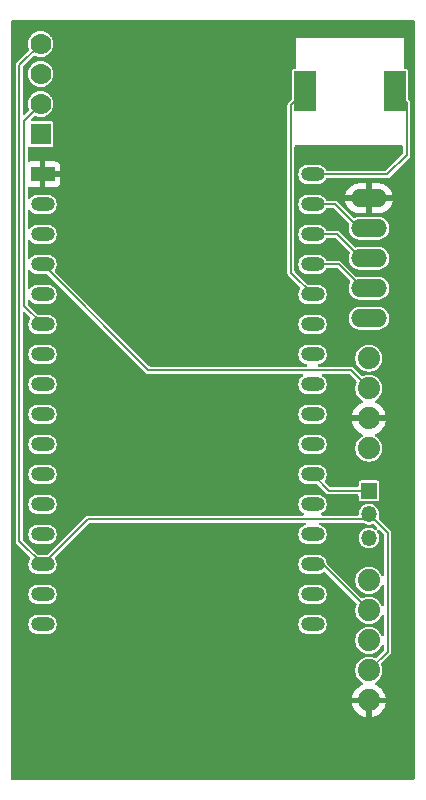
<source format=gbr>
%TF.GenerationSoftware,KiCad,Pcbnew,9.0.0*%
%TF.CreationDate,2025-03-14T09:11:00-04:00*%
%TF.ProjectId,PawPlans,50617750-6c61-46e7-932e-6b696361645f,0.5.0*%
%TF.SameCoordinates,Original*%
%TF.FileFunction,Copper,L1,Top*%
%TF.FilePolarity,Positive*%
%FSLAX46Y46*%
G04 Gerber Fmt 4.6, Leading zero omitted, Abs format (unit mm)*
G04 Created by KiCad (PCBNEW 9.0.0) date 2025-03-14 09:11:00*
%MOMM*%
%LPD*%
G01*
G04 APERTURE LIST*
%TA.AperFunction,SMDPad,CuDef*%
%ADD10R,1.854200X3.403600*%
%TD*%
%TA.AperFunction,ComponentPad*%
%ADD11R,2.000000X1.200000*%
%TD*%
%TA.AperFunction,ComponentPad*%
%ADD12O,2.000000X1.200000*%
%TD*%
%TA.AperFunction,ComponentPad*%
%ADD13O,3.048000X1.524000*%
%TD*%
%TA.AperFunction,ComponentPad*%
%ADD14C,1.778000*%
%TD*%
%TA.AperFunction,ComponentPad*%
%ADD15R,1.778000X1.778000*%
%TD*%
%TA.AperFunction,ComponentPad*%
%ADD16C,1.879600*%
%TD*%
%TA.AperFunction,ComponentPad*%
%ADD17R,1.350000X1.350000*%
%TD*%
%TA.AperFunction,ComponentPad*%
%ADD18O,1.350000X1.350000*%
%TD*%
%TA.AperFunction,Conductor*%
%ADD19C,0.200000*%
%TD*%
G04 APERTURE END LIST*
D10*
%TO.P,BUZZER1,1,1*%
%TO.N,/BZRSIG*%
X110377300Y-36800000D03*
%TO.P,BUZZER1,2,2*%
%TO.N,/GND*%
X118022700Y-36800000D03*
%TD*%
D11*
%TO.P,MCUKIT1,1,3V3*%
%TO.N,/3V3*%
X88170000Y-43823460D03*
D12*
%TO.P,MCUKIT1,2,EN/RESET*%
%TO.N,unconnected-(MCUKIT1-EN{slash}RESET-Pad2)*%
X88170000Y-46363460D03*
%TO.P,MCUKIT1,3,GPIO4/MTMS*%
%TO.N,unconnected-(MCUKIT1-GPIO4{slash}MTMS-Pad3)*%
X88170000Y-48903460D03*
%TO.P,MCUKIT1,4,GPIO5/MTDI*%
%TO.N,/DSPSDA*%
X88170000Y-51443460D03*
%TO.P,MCUKIT1,5,GPIO6*%
%TO.N,/DSPSCL*%
X88170000Y-53983460D03*
%TO.P,MCUKIT1,6,GPIO7*%
%TO.N,/PRXECH*%
X88170000Y-56523460D03*
%TO.P,MCUKIT1,7,GPIO0*%
%TO.N,/PRXTRG*%
X88170000Y-59063460D03*
%TO.P,MCUKIT1,8,GPIO1*%
%TO.N,unconnected-(MCUKIT1-GPIO1-Pad8)*%
X88170000Y-61603460D03*
%TO.P,MCUKIT1,9,GPIO8/BOOT*%
%TO.N,unconnected-(MCUKIT1-GPIO8{slash}BOOT-Pad9)*%
X88170000Y-64143460D03*
%TO.P,MCUKIT1,10,GPIO10*%
%TO.N,unconnected-(MCUKIT1-GPIO10-Pad10)*%
X88170000Y-66683460D03*
%TO.P,MCUKIT1,11,GPIO11*%
%TO.N,unconnected-(MCUKIT1-GPIO11-Pad11)*%
X88170000Y-69223460D03*
%TO.P,MCUKIT1,12,GPIO2*%
%TO.N,unconnected-(MCUKIT1-GPIO2-Pad12)*%
X88170000Y-71763460D03*
%TO.P,MCUKIT1,13,GPIO3*%
%TO.N,unconnected-(MCUKIT1-GPIO3-Pad13)*%
X88170000Y-74303460D03*
%TO.P,MCUKIT1,14,5V*%
%TO.N,/VCC*%
X88170000Y-76843460D03*
%TO.P,MCUKIT1,15,GND*%
%TO.N,/GND*%
X88170000Y-79383460D03*
%TO.P,MCUKIT1,16,NC*%
%TO.N,unconnected-(MCUKIT1-NC-Pad16)*%
X88170000Y-81923460D03*
%TO.P,MCUKIT1,17,NC*%
%TO.N,unconnected-(MCUKIT1-NC-Pad17)*%
X111030000Y-81923460D03*
%TO.P,MCUKIT1,18,GND*%
%TO.N,/GND*%
X111030000Y-79383460D03*
%TO.P,MCUKIT1,19,GPIO12/USB_D-*%
%TO.N,/LDCCLK*%
X111030000Y-76843460D03*
%TO.P,MCUKIT1,20,GPIO13/USB_D+*%
%TO.N,/LDCDAT*%
X111030000Y-74303460D03*
%TO.P,MCUKIT1,21,GND*%
%TO.N,/GND*%
X111030000Y-71763460D03*
%TO.P,MCUKIT1,22,GPIO9/BOOT*%
%TO.N,/SRVPWM*%
X111030000Y-69223460D03*
%TO.P,MCUKIT1,23,GPIO18*%
%TO.N,unconnected-(MCUKIT1-GPIO18-Pad23)*%
X111030000Y-66683460D03*
%TO.P,MCUKIT1,24,GPIO19*%
%TO.N,unconnected-(MCUKIT1-GPIO19-Pad24)*%
X111030000Y-64143460D03*
%TO.P,MCUKIT1,25,GPIO20*%
%TO.N,unconnected-(MCUKIT1-GPIO20-Pad25)*%
X111030000Y-61603460D03*
%TO.P,MCUKIT1,26,GPIO21*%
%TO.N,unconnected-(MCUKIT1-GPIO21-Pad26)*%
X111030000Y-59063460D03*
%TO.P,MCUKIT1,27,GPIO22*%
%TO.N,unconnected-(MCUKIT1-GPIO22-Pad27)*%
X111030000Y-56523460D03*
%TO.P,MCUKIT1,28,GPIO23*%
%TO.N,/BZRSIG*%
X111030000Y-53983460D03*
%TO.P,MCUKIT1,29,GPIO15/JTAG*%
%TO.N,/JOYSEL*%
X111030000Y-51443460D03*
%TO.P,MCUKIT1,30,GPIO17/U0RXD*%
%TO.N,/JOYY*%
X111030000Y-48903460D03*
%TO.P,MCUKIT1,31,GPIO16/U0TXD*%
%TO.N,/JOYX*%
X111030000Y-46363460D03*
%TO.P,MCUKIT1,32,GND*%
%TO.N,/GND*%
X111030000Y-43823460D03*
%TD*%
D13*
%TO.P,JOYSTICK1,1,VCC*%
%TO.N,/3V3*%
X115800000Y-45840000D03*
%TO.P,JOYSTICK1,2,2*%
%TO.N,/JOYX*%
X115800000Y-48380000D03*
%TO.P,JOYSTICK1,3,3*%
%TO.N,/JOYY*%
X115800000Y-50920000D03*
%TO.P,JOYSTICK1,4,4*%
%TO.N,/JOYSEL*%
X115800000Y-53460000D03*
%TO.P,JOYSTICK1,5,5*%
%TO.N,/GND*%
X115800000Y-56000000D03*
%TD*%
D14*
%TO.P,PROXIMITY1,ECHO,ECHO*%
%TO.N,/PRXECH*%
X88000000Y-37860000D03*
D15*
%TO.P,PROXIMITY1,GND,GND*%
%TO.N,/GND*%
X88000000Y-40400000D03*
D14*
%TO.P,PROXIMITY1,TRIG,TRIG*%
%TO.N,/PRXTRG*%
X88000000Y-35320000D03*
%TO.P,PROXIMITY1,VCC,5V*%
%TO.N,/VCC*%
X88000000Y-32780000D03*
%TD*%
D16*
%TO.P,DISPLAY1,1,GND*%
%TO.N,/GND*%
X115800000Y-67014133D03*
%TO.P,DISPLAY1,2,VCC*%
%TO.N,/3V3*%
X115800000Y-64474133D03*
%TO.P,DISPLAY1,3,SDA*%
%TO.N,/DSPSDA*%
X115800000Y-61934133D03*
%TO.P,DISPLAY1,4,SCL*%
%TO.N,/DSPSCL*%
X115800000Y-59394133D03*
%TD*%
D17*
%TO.P,SERVO1,1,PWM*%
%TO.N,/SRVPWM*%
X115800000Y-70600000D03*
D18*
%TO.P,SERVO1,2,+*%
%TO.N,/VCC*%
X115800000Y-72600000D03*
%TO.P,SERVO1,3,-*%
%TO.N,/GND*%
X115800000Y-74600000D03*
%TD*%
D16*
%TO.P,LOADCELL1,5,5*%
%TO.N,/GND*%
X115800000Y-78200000D03*
%TO.P,LOADCELL1,2,2*%
%TO.N,/VCC*%
X115800000Y-85820000D03*
%TO.P,LOADCELL1,3,3*%
%TO.N,/LDCDAT*%
X115800000Y-83280000D03*
%TO.P,LOADCELL1,4,4*%
%TO.N,/LDCCLK*%
X115800000Y-80740000D03*
%TO.P,LOADCELL1,1,1*%
%TO.N,/3V3*%
X115800000Y-88360000D03*
%TD*%
D19*
%TO.N,/GND*%
X119000000Y-42200000D02*
X117376540Y-43823460D01*
X117376540Y-43823460D02*
X111030000Y-43823460D01*
X118847600Y-37624900D02*
X119000000Y-37777300D01*
X119000000Y-37777300D02*
X119000000Y-42200000D01*
%TO.N,/JOYY*%
X113103460Y-48903460D02*
X115120000Y-50920000D01*
X115120000Y-50920000D02*
X115800000Y-50920000D01*
X111030000Y-48903460D02*
X113103460Y-48903460D01*
%TO.N,/JOYX*%
X114980000Y-48380000D02*
X115800000Y-48380000D01*
X112963460Y-46363460D02*
X114980000Y-48380000D01*
X111030000Y-46363460D02*
X112963460Y-46363460D01*
%TO.N,/BZRSIG*%
X109200000Y-37977300D02*
X109200000Y-52153460D01*
X109200000Y-52153460D02*
X111030000Y-53983460D01*
X110377300Y-36800000D02*
X109200000Y-37977300D01*
%TO.N,/DSPSDA*%
X114265867Y-60400000D02*
X115800000Y-61934133D01*
X97126540Y-60400000D02*
X114265867Y-60400000D01*
X88170000Y-51443460D02*
X97126540Y-60400000D01*
%TO.N,/VCC*%
X117400000Y-74200000D02*
X117400000Y-84220000D01*
X115800000Y-72600000D02*
X117400000Y-74200000D01*
X117400000Y-84220000D02*
X115800000Y-85820000D01*
X92013460Y-73000000D02*
X115400000Y-73000000D01*
X88170000Y-76843460D02*
X92013460Y-73000000D01*
%TO.N,/PRXECH*%
X86600000Y-39260000D02*
X86600000Y-54953460D01*
X86600000Y-54953460D02*
X88170000Y-56523460D01*
X88000000Y-37860000D02*
X86600000Y-39260000D01*
%TO.N,/VCC*%
X86200000Y-74873460D02*
X88170000Y-76843460D01*
X86200000Y-34580000D02*
X86200000Y-74873460D01*
X88000000Y-32780000D02*
X86200000Y-34580000D01*
%TO.N,/SRVPWM*%
X112406540Y-70600000D02*
X111030000Y-69223460D01*
X115800000Y-70600000D02*
X112406540Y-70600000D01*
%TO.N,/JOYSEL*%
X113243460Y-51443460D02*
X115260000Y-53460000D01*
X111030000Y-51443460D02*
X113243460Y-51443460D01*
X115260000Y-53460000D02*
X115800000Y-53460000D01*
%TO.N,/LDCCLK*%
X115800000Y-80740000D02*
X111903460Y-76843460D01*
%TD*%
%TA.AperFunction,Conductor*%
%TO.N,/3V3*%
G36*
X119615539Y-30747185D02*
G01*
X119661294Y-30799989D01*
X119672500Y-30851500D01*
X119672500Y-94948500D01*
X119652815Y-95015539D01*
X119600011Y-95061294D01*
X119548500Y-95072500D01*
X85651500Y-95072500D01*
X85584461Y-95052815D01*
X85538706Y-95000011D01*
X85527500Y-94948500D01*
X85527500Y-81844613D01*
X86969500Y-81844613D01*
X86969500Y-82002306D01*
X87000261Y-82156949D01*
X87000264Y-82156961D01*
X87060602Y-82302632D01*
X87060609Y-82302645D01*
X87148210Y-82433748D01*
X87148213Y-82433752D01*
X87259707Y-82545246D01*
X87259711Y-82545249D01*
X87390814Y-82632850D01*
X87390827Y-82632857D01*
X87510311Y-82682348D01*
X87536503Y-82693197D01*
X87691153Y-82723959D01*
X87691156Y-82723960D01*
X87691158Y-82723960D01*
X88648844Y-82723960D01*
X88648845Y-82723959D01*
X88803497Y-82693197D01*
X88949179Y-82632854D01*
X89080289Y-82545249D01*
X89191789Y-82433749D01*
X89279394Y-82302639D01*
X89339737Y-82156957D01*
X89370500Y-82002302D01*
X89370500Y-81844618D01*
X89370500Y-81844615D01*
X89370499Y-81844613D01*
X109829500Y-81844613D01*
X109829500Y-82002306D01*
X109860261Y-82156949D01*
X109860264Y-82156961D01*
X109920602Y-82302632D01*
X109920609Y-82302645D01*
X110008210Y-82433748D01*
X110008213Y-82433752D01*
X110119707Y-82545246D01*
X110119711Y-82545249D01*
X110250814Y-82632850D01*
X110250827Y-82632857D01*
X110370311Y-82682348D01*
X110396503Y-82693197D01*
X110551153Y-82723959D01*
X110551156Y-82723960D01*
X110551158Y-82723960D01*
X111508844Y-82723960D01*
X111508845Y-82723959D01*
X111663497Y-82693197D01*
X111809179Y-82632854D01*
X111940289Y-82545249D01*
X112051789Y-82433749D01*
X112139394Y-82302639D01*
X112199737Y-82156957D01*
X112230500Y-82002302D01*
X112230500Y-81844618D01*
X112230500Y-81844615D01*
X112230499Y-81844613D01*
X112204771Y-81715272D01*
X112199737Y-81689963D01*
X112166523Y-81609777D01*
X112139397Y-81544287D01*
X112139390Y-81544274D01*
X112051789Y-81413171D01*
X112051786Y-81413167D01*
X111940292Y-81301673D01*
X111940288Y-81301670D01*
X111809185Y-81214069D01*
X111809172Y-81214062D01*
X111663501Y-81153724D01*
X111663489Y-81153721D01*
X111508845Y-81122960D01*
X111508842Y-81122960D01*
X110551158Y-81122960D01*
X110551155Y-81122960D01*
X110396510Y-81153721D01*
X110396498Y-81153724D01*
X110250827Y-81214062D01*
X110250814Y-81214069D01*
X110119711Y-81301670D01*
X110119707Y-81301673D01*
X110008213Y-81413167D01*
X110008210Y-81413171D01*
X109920609Y-81544274D01*
X109920602Y-81544287D01*
X109860264Y-81689958D01*
X109860261Y-81689970D01*
X109829500Y-81844613D01*
X89370499Y-81844613D01*
X89344771Y-81715272D01*
X89339737Y-81689963D01*
X89306523Y-81609777D01*
X89279397Y-81544287D01*
X89279390Y-81544274D01*
X89191789Y-81413171D01*
X89191786Y-81413167D01*
X89080292Y-81301673D01*
X89080288Y-81301670D01*
X88949185Y-81214069D01*
X88949172Y-81214062D01*
X88803501Y-81153724D01*
X88803489Y-81153721D01*
X88648845Y-81122960D01*
X88648842Y-81122960D01*
X87691158Y-81122960D01*
X87691155Y-81122960D01*
X87536510Y-81153721D01*
X87536498Y-81153724D01*
X87390827Y-81214062D01*
X87390814Y-81214069D01*
X87259711Y-81301670D01*
X87259707Y-81301673D01*
X87148213Y-81413167D01*
X87148210Y-81413171D01*
X87060609Y-81544274D01*
X87060602Y-81544287D01*
X87000264Y-81689958D01*
X87000261Y-81689970D01*
X86969500Y-81844613D01*
X85527500Y-81844613D01*
X85527500Y-79304613D01*
X86969500Y-79304613D01*
X86969500Y-79462306D01*
X87000261Y-79616949D01*
X87000264Y-79616961D01*
X87060602Y-79762632D01*
X87060609Y-79762645D01*
X87148210Y-79893748D01*
X87148213Y-79893752D01*
X87259707Y-80005246D01*
X87259711Y-80005249D01*
X87390814Y-80092850D01*
X87390827Y-80092857D01*
X87510311Y-80142348D01*
X87536503Y-80153197D01*
X87691153Y-80183959D01*
X87691156Y-80183960D01*
X87691158Y-80183960D01*
X88648844Y-80183960D01*
X88648845Y-80183959D01*
X88803497Y-80153197D01*
X88949179Y-80092854D01*
X89080289Y-80005249D01*
X89191789Y-79893749D01*
X89279394Y-79762639D01*
X89339737Y-79616957D01*
X89370500Y-79462302D01*
X89370500Y-79304618D01*
X89370500Y-79304615D01*
X89370499Y-79304613D01*
X109829500Y-79304613D01*
X109829500Y-79462306D01*
X109860261Y-79616949D01*
X109860264Y-79616961D01*
X109920602Y-79762632D01*
X109920609Y-79762645D01*
X110008210Y-79893748D01*
X110008213Y-79893752D01*
X110119707Y-80005246D01*
X110119711Y-80005249D01*
X110250814Y-80092850D01*
X110250827Y-80092857D01*
X110370311Y-80142348D01*
X110396503Y-80153197D01*
X110551153Y-80183959D01*
X110551156Y-80183960D01*
X110551158Y-80183960D01*
X111508844Y-80183960D01*
X111508845Y-80183959D01*
X111663497Y-80153197D01*
X111809179Y-80092854D01*
X111940289Y-80005249D01*
X112051789Y-79893749D01*
X112139394Y-79762639D01*
X112199737Y-79616957D01*
X112230500Y-79462302D01*
X112230500Y-79304618D01*
X112230500Y-79304615D01*
X112230499Y-79304613D01*
X112204771Y-79175272D01*
X112199737Y-79149963D01*
X112166523Y-79069777D01*
X112139397Y-79004287D01*
X112139390Y-79004274D01*
X112051789Y-78873171D01*
X112051786Y-78873167D01*
X111940292Y-78761673D01*
X111940288Y-78761670D01*
X111809185Y-78674069D01*
X111809172Y-78674062D01*
X111663501Y-78613724D01*
X111663489Y-78613721D01*
X111508845Y-78582960D01*
X111508842Y-78582960D01*
X110551158Y-78582960D01*
X110551155Y-78582960D01*
X110396510Y-78613721D01*
X110396498Y-78613724D01*
X110250827Y-78674062D01*
X110250814Y-78674069D01*
X110119711Y-78761670D01*
X110119707Y-78761673D01*
X110008213Y-78873167D01*
X110008210Y-78873171D01*
X109920609Y-79004274D01*
X109920602Y-79004287D01*
X109860264Y-79149958D01*
X109860261Y-79149970D01*
X109829500Y-79304613D01*
X89370499Y-79304613D01*
X89344771Y-79175272D01*
X89339737Y-79149963D01*
X89306523Y-79069777D01*
X89279397Y-79004287D01*
X89279390Y-79004274D01*
X89191789Y-78873171D01*
X89191786Y-78873167D01*
X89080292Y-78761673D01*
X89080288Y-78761670D01*
X88949185Y-78674069D01*
X88949172Y-78674062D01*
X88803501Y-78613724D01*
X88803489Y-78613721D01*
X88648845Y-78582960D01*
X88648842Y-78582960D01*
X87691158Y-78582960D01*
X87691155Y-78582960D01*
X87536510Y-78613721D01*
X87536498Y-78613724D01*
X87390827Y-78674062D01*
X87390814Y-78674069D01*
X87259711Y-78761670D01*
X87259707Y-78761673D01*
X87148213Y-78873167D01*
X87148210Y-78873171D01*
X87060609Y-79004274D01*
X87060602Y-79004287D01*
X87000264Y-79149958D01*
X87000261Y-79149970D01*
X86969500Y-79304613D01*
X85527500Y-79304613D01*
X85527500Y-34540438D01*
X85899500Y-34540438D01*
X85899500Y-74913022D01*
X85913152Y-74963973D01*
X85919979Y-74989450D01*
X85919982Y-74989455D01*
X85959535Y-75057964D01*
X85959541Y-75057972D01*
X87110911Y-76209342D01*
X87144396Y-76270665D01*
X87139412Y-76340357D01*
X87126332Y-76365914D01*
X87060609Y-76464274D01*
X87060602Y-76464287D01*
X87000264Y-76609958D01*
X87000261Y-76609970D01*
X86969500Y-76764613D01*
X86969500Y-76922306D01*
X87000261Y-77076949D01*
X87000264Y-77076961D01*
X87060602Y-77222632D01*
X87060609Y-77222645D01*
X87148210Y-77353748D01*
X87148213Y-77353752D01*
X87259707Y-77465246D01*
X87259711Y-77465249D01*
X87390814Y-77552850D01*
X87390827Y-77552857D01*
X87510311Y-77602348D01*
X87536503Y-77613197D01*
X87691153Y-77643959D01*
X87691156Y-77643960D01*
X87691158Y-77643960D01*
X88648844Y-77643960D01*
X88648845Y-77643959D01*
X88803497Y-77613197D01*
X88949179Y-77552854D01*
X89080289Y-77465249D01*
X89191789Y-77353749D01*
X89279394Y-77222639D01*
X89339737Y-77076957D01*
X89370500Y-76922302D01*
X89370500Y-76764618D01*
X89370500Y-76764615D01*
X89370499Y-76764613D01*
X89365760Y-76740789D01*
X89339737Y-76609963D01*
X89339735Y-76609958D01*
X89279397Y-76464287D01*
X89279390Y-76464274D01*
X89213667Y-76365913D01*
X89192789Y-76299236D01*
X89211273Y-76231855D01*
X89229084Y-76209345D01*
X92101612Y-73336819D01*
X92162935Y-73303334D01*
X92189293Y-73300500D01*
X110336163Y-73300500D01*
X110403202Y-73320185D01*
X110448957Y-73372989D01*
X110458901Y-73442147D01*
X110429876Y-73505703D01*
X110383615Y-73539061D01*
X110250827Y-73594062D01*
X110250814Y-73594069D01*
X110119711Y-73681670D01*
X110119707Y-73681673D01*
X110008213Y-73793167D01*
X110008210Y-73793171D01*
X109920609Y-73924274D01*
X109920602Y-73924287D01*
X109860264Y-74069958D01*
X109860261Y-74069970D01*
X109829500Y-74224613D01*
X109829500Y-74382306D01*
X109860261Y-74536949D01*
X109860264Y-74536961D01*
X109920602Y-74682632D01*
X109920609Y-74682645D01*
X110008210Y-74813748D01*
X110008213Y-74813752D01*
X110119707Y-74925246D01*
X110119711Y-74925249D01*
X110250814Y-75012850D01*
X110250827Y-75012857D01*
X110359746Y-75057972D01*
X110396503Y-75073197D01*
X110551153Y-75103959D01*
X110551156Y-75103960D01*
X110551158Y-75103960D01*
X111508844Y-75103960D01*
X111508845Y-75103959D01*
X111663497Y-75073197D01*
X111809179Y-75012854D01*
X111940289Y-74925249D01*
X112051789Y-74813749D01*
X112139394Y-74682639D01*
X112199737Y-74536957D01*
X112230500Y-74382302D01*
X112230500Y-74224618D01*
X112230500Y-74224615D01*
X112230499Y-74224613D01*
X112217734Y-74160438D01*
X112199737Y-74069963D01*
X112199735Y-74069958D01*
X112139397Y-73924287D01*
X112139390Y-73924274D01*
X112051789Y-73793171D01*
X112051786Y-73793167D01*
X111940292Y-73681673D01*
X111940288Y-73681670D01*
X111809185Y-73594069D01*
X111809172Y-73594062D01*
X111676385Y-73539061D01*
X111621981Y-73495220D01*
X111599916Y-73428926D01*
X111617195Y-73361227D01*
X111668332Y-73313616D01*
X111723837Y-73300500D01*
X115234899Y-73300500D01*
X115301938Y-73320185D01*
X115303790Y-73321398D01*
X115385295Y-73375858D01*
X115385297Y-73375859D01*
X115385301Y-73375861D01*
X115544621Y-73441853D01*
X115544626Y-73441855D01*
X115713766Y-73475499D01*
X115713769Y-73475500D01*
X115713771Y-73475500D01*
X115886231Y-73475500D01*
X115886232Y-73475499D01*
X116055374Y-73441855D01*
X116093030Y-73426257D01*
X116162499Y-73418787D01*
X116224978Y-73450061D01*
X116228165Y-73453136D01*
X116483116Y-73708087D01*
X116516601Y-73769410D01*
X116511617Y-73839102D01*
X116469745Y-73895035D01*
X116404281Y-73919452D01*
X116336008Y-73904600D01*
X116326544Y-73898870D01*
X116214711Y-73824145D01*
X116214698Y-73824138D01*
X116055378Y-73758146D01*
X116055366Y-73758143D01*
X115886232Y-73724500D01*
X115886229Y-73724500D01*
X115713771Y-73724500D01*
X115713768Y-73724500D01*
X115544633Y-73758143D01*
X115544621Y-73758146D01*
X115385301Y-73824138D01*
X115385288Y-73824145D01*
X115241901Y-73919954D01*
X115241897Y-73919957D01*
X115119957Y-74041897D01*
X115119954Y-74041901D01*
X115024145Y-74185288D01*
X115024138Y-74185301D01*
X114958146Y-74344621D01*
X114958143Y-74344633D01*
X114924500Y-74513766D01*
X114924500Y-74686233D01*
X114958143Y-74855366D01*
X114958146Y-74855378D01*
X115024138Y-75014698D01*
X115024145Y-75014711D01*
X115119954Y-75158098D01*
X115119957Y-75158102D01*
X115241897Y-75280042D01*
X115241901Y-75280045D01*
X115385288Y-75375854D01*
X115385301Y-75375861D01*
X115544621Y-75441853D01*
X115544626Y-75441855D01*
X115713766Y-75475499D01*
X115713769Y-75475500D01*
X115713771Y-75475500D01*
X115886231Y-75475500D01*
X115886232Y-75475499D01*
X116055374Y-75441855D01*
X116214705Y-75375858D01*
X116358099Y-75280045D01*
X116480045Y-75158099D01*
X116575858Y-75014705D01*
X116576624Y-75012857D01*
X116641853Y-74855378D01*
X116641855Y-74855374D01*
X116675500Y-74686229D01*
X116675500Y-74513771D01*
X116675500Y-74513768D01*
X116675499Y-74513766D01*
X116649350Y-74382306D01*
X116641855Y-74344626D01*
X116618463Y-74288152D01*
X116575861Y-74185301D01*
X116575854Y-74185288D01*
X116501129Y-74073455D01*
X116480251Y-74006778D01*
X116498735Y-73939398D01*
X116550714Y-73892707D01*
X116619684Y-73881531D01*
X116683748Y-73909416D01*
X116691912Y-73916883D01*
X117063181Y-74288152D01*
X117096666Y-74349475D01*
X117099500Y-74375833D01*
X117099500Y-77726459D01*
X117079815Y-77793498D01*
X117027011Y-77839253D01*
X116957853Y-77849197D01*
X116894297Y-77820172D01*
X116858831Y-77766681D01*
X116858618Y-77766770D01*
X116858164Y-77765675D01*
X116857569Y-77764777D01*
X116856757Y-77762277D01*
X116775272Y-77602353D01*
X116775270Y-77602350D01*
X116775269Y-77602348D01*
X116669777Y-77457150D01*
X116669773Y-77457145D01*
X116542854Y-77330226D01*
X116542849Y-77330222D01*
X116397651Y-77224730D01*
X116237725Y-77143244D01*
X116237724Y-77143243D01*
X116237723Y-77143243D01*
X116067021Y-77087778D01*
X116067019Y-77087777D01*
X116067018Y-77087777D01*
X115930838Y-77066208D01*
X115889744Y-77059700D01*
X115710256Y-77059700D01*
X115669161Y-77066208D01*
X115532982Y-77087777D01*
X115362274Y-77143244D01*
X115202348Y-77224730D01*
X115057150Y-77330222D01*
X115057145Y-77330226D01*
X114930226Y-77457145D01*
X114930222Y-77457150D01*
X114824730Y-77602348D01*
X114743244Y-77762274D01*
X114687777Y-77932982D01*
X114659700Y-78110256D01*
X114659700Y-78289744D01*
X114687778Y-78467021D01*
X114742162Y-78634397D01*
X114743244Y-78637725D01*
X114824730Y-78797651D01*
X114930222Y-78942849D01*
X114930226Y-78942854D01*
X115057145Y-79069773D01*
X115057150Y-79069777D01*
X115202348Y-79175269D01*
X115202350Y-79175270D01*
X115202353Y-79175272D01*
X115362277Y-79256757D01*
X115532979Y-79312222D01*
X115710256Y-79340300D01*
X115710257Y-79340300D01*
X115889743Y-79340300D01*
X115889744Y-79340300D01*
X116067021Y-79312222D01*
X116237723Y-79256757D01*
X116397647Y-79175272D01*
X116542856Y-79069772D01*
X116669772Y-78942856D01*
X116775272Y-78797647D01*
X116856757Y-78637723D01*
X116857568Y-78635225D01*
X116858134Y-78634397D01*
X116858618Y-78633230D01*
X116858863Y-78633331D01*
X116897003Y-78577549D01*
X116961360Y-78550349D01*
X117030207Y-78562261D01*
X117081685Y-78609503D01*
X117099500Y-78673540D01*
X117099500Y-80266459D01*
X117079815Y-80333498D01*
X117027011Y-80379253D01*
X116957853Y-80389197D01*
X116894297Y-80360172D01*
X116858831Y-80306681D01*
X116858618Y-80306770D01*
X116858164Y-80305675D01*
X116857569Y-80304777D01*
X116856757Y-80302277D01*
X116775272Y-80142353D01*
X116775270Y-80142350D01*
X116775269Y-80142348D01*
X116669777Y-79997150D01*
X116669773Y-79997145D01*
X116542854Y-79870226D01*
X116542849Y-79870222D01*
X116397651Y-79764730D01*
X116237725Y-79683244D01*
X116237724Y-79683243D01*
X116237723Y-79683243D01*
X116067021Y-79627778D01*
X116067019Y-79627777D01*
X116067018Y-79627777D01*
X115930838Y-79606208D01*
X115889744Y-79599700D01*
X115710256Y-79599700D01*
X115669161Y-79606208D01*
X115532982Y-79627777D01*
X115362279Y-79683242D01*
X115362273Y-79683244D01*
X115313987Y-79707847D01*
X115245317Y-79720742D01*
X115180577Y-79694464D01*
X115170013Y-79685042D01*
X112252357Y-76767386D01*
X112218872Y-76706063D01*
X112218448Y-76704030D01*
X112199737Y-76609963D01*
X112199735Y-76609958D01*
X112139397Y-76464287D01*
X112139390Y-76464274D01*
X112051789Y-76333171D01*
X112051786Y-76333167D01*
X111940292Y-76221673D01*
X111940288Y-76221670D01*
X111809185Y-76134069D01*
X111809172Y-76134062D01*
X111663501Y-76073724D01*
X111663489Y-76073721D01*
X111508845Y-76042960D01*
X111508842Y-76042960D01*
X110551158Y-76042960D01*
X110551155Y-76042960D01*
X110396510Y-76073721D01*
X110396498Y-76073724D01*
X110250827Y-76134062D01*
X110250814Y-76134069D01*
X110119711Y-76221670D01*
X110119707Y-76221673D01*
X110008213Y-76333167D01*
X110008210Y-76333171D01*
X109920609Y-76464274D01*
X109920602Y-76464287D01*
X109860264Y-76609958D01*
X109860261Y-76609970D01*
X109829500Y-76764613D01*
X109829500Y-76922306D01*
X109860261Y-77076949D01*
X109860264Y-77076961D01*
X109920602Y-77222632D01*
X109920609Y-77222645D01*
X110008210Y-77353748D01*
X110008213Y-77353752D01*
X110119707Y-77465246D01*
X110119711Y-77465249D01*
X110250814Y-77552850D01*
X110250827Y-77552857D01*
X110370311Y-77602348D01*
X110396503Y-77613197D01*
X110551153Y-77643959D01*
X110551156Y-77643960D01*
X110551158Y-77643960D01*
X111508844Y-77643960D01*
X111508845Y-77643959D01*
X111663497Y-77613197D01*
X111809179Y-77552854D01*
X111940289Y-77465249D01*
X111940302Y-77465235D01*
X111941265Y-77464446D01*
X111941886Y-77464181D01*
X111945354Y-77461865D01*
X111945792Y-77462521D01*
X112005569Y-77437120D01*
X112074439Y-77448897D01*
X112107631Y-77472602D01*
X114745042Y-80110013D01*
X114778527Y-80171336D01*
X114773543Y-80241028D01*
X114767847Y-80253987D01*
X114743244Y-80302273D01*
X114743242Y-80302279D01*
X114687777Y-80472982D01*
X114659700Y-80650256D01*
X114659700Y-80829744D01*
X114687778Y-81007021D01*
X114742162Y-81174397D01*
X114743244Y-81177725D01*
X114824730Y-81337651D01*
X114930222Y-81482849D01*
X114930226Y-81482854D01*
X115057145Y-81609773D01*
X115057150Y-81609777D01*
X115202348Y-81715269D01*
X115202350Y-81715270D01*
X115202353Y-81715272D01*
X115362277Y-81796757D01*
X115532979Y-81852222D01*
X115710256Y-81880300D01*
X115710257Y-81880300D01*
X115889743Y-81880300D01*
X115889744Y-81880300D01*
X116067021Y-81852222D01*
X116237723Y-81796757D01*
X116397647Y-81715272D01*
X116542856Y-81609772D01*
X116669772Y-81482856D01*
X116775272Y-81337647D01*
X116856757Y-81177723D01*
X116857568Y-81175225D01*
X116858134Y-81174397D01*
X116858618Y-81173230D01*
X116858863Y-81173331D01*
X116897003Y-81117549D01*
X116961360Y-81090349D01*
X117030207Y-81102261D01*
X117081685Y-81149503D01*
X117099500Y-81213540D01*
X117099500Y-82806459D01*
X117079815Y-82873498D01*
X117027011Y-82919253D01*
X116957853Y-82929197D01*
X116894297Y-82900172D01*
X116858831Y-82846681D01*
X116858618Y-82846770D01*
X116858164Y-82845675D01*
X116857569Y-82844777D01*
X116856757Y-82842277D01*
X116775272Y-82682353D01*
X116775270Y-82682350D01*
X116775269Y-82682348D01*
X116669777Y-82537150D01*
X116669773Y-82537145D01*
X116542854Y-82410226D01*
X116542849Y-82410222D01*
X116397651Y-82304730D01*
X116237725Y-82223244D01*
X116237724Y-82223243D01*
X116237723Y-82223243D01*
X116067021Y-82167778D01*
X116067019Y-82167777D01*
X116067018Y-82167777D01*
X115930838Y-82146208D01*
X115889744Y-82139700D01*
X115710256Y-82139700D01*
X115669161Y-82146208D01*
X115532982Y-82167777D01*
X115362274Y-82223244D01*
X115202348Y-82304730D01*
X115057150Y-82410222D01*
X115057145Y-82410226D01*
X114930226Y-82537145D01*
X114930222Y-82537150D01*
X114824730Y-82682348D01*
X114743244Y-82842274D01*
X114687777Y-83012982D01*
X114659700Y-83190256D01*
X114659700Y-83369744D01*
X114687778Y-83547021D01*
X114742162Y-83714397D01*
X114743244Y-83717725D01*
X114824730Y-83877651D01*
X114930222Y-84022849D01*
X114930226Y-84022854D01*
X115057145Y-84149773D01*
X115057150Y-84149777D01*
X115202348Y-84255269D01*
X115202350Y-84255270D01*
X115202353Y-84255272D01*
X115362277Y-84336757D01*
X115532979Y-84392222D01*
X115710256Y-84420300D01*
X115710257Y-84420300D01*
X115889743Y-84420300D01*
X115889744Y-84420300D01*
X116067021Y-84392222D01*
X116237723Y-84336757D01*
X116397647Y-84255272D01*
X116542856Y-84149772D01*
X116669772Y-84022856D01*
X116775272Y-83877647D01*
X116856757Y-83717723D01*
X116857568Y-83715225D01*
X116858134Y-83714397D01*
X116858618Y-83713230D01*
X116858863Y-83713331D01*
X116897003Y-83657549D01*
X116961360Y-83630349D01*
X117030207Y-83642261D01*
X117081685Y-83689503D01*
X117099500Y-83753540D01*
X117099500Y-84044166D01*
X117079815Y-84111205D01*
X117063181Y-84131847D01*
X116429985Y-84765042D01*
X116368662Y-84798527D01*
X116298970Y-84793543D01*
X116286010Y-84787846D01*
X116237730Y-84763246D01*
X116237724Y-84763243D01*
X116237723Y-84763243D01*
X116067021Y-84707778D01*
X116067019Y-84707777D01*
X116067018Y-84707777D01*
X115930838Y-84686208D01*
X115889744Y-84679700D01*
X115710256Y-84679700D01*
X115669161Y-84686208D01*
X115532982Y-84707777D01*
X115362274Y-84763244D01*
X115202348Y-84844730D01*
X115057150Y-84950222D01*
X115057145Y-84950226D01*
X114930226Y-85077145D01*
X114930222Y-85077150D01*
X114824730Y-85222348D01*
X114743244Y-85382274D01*
X114687777Y-85552982D01*
X114659700Y-85730256D01*
X114659700Y-85909743D01*
X114687777Y-86087017D01*
X114743244Y-86257725D01*
X114824730Y-86417651D01*
X114930222Y-86562849D01*
X114930226Y-86562854D01*
X115057145Y-86689773D01*
X115057150Y-86689777D01*
X115202351Y-86795271D01*
X115234096Y-86811446D01*
X115284893Y-86859420D01*
X115301688Y-86927241D01*
X115279151Y-86993376D01*
X115234097Y-87032416D01*
X115045376Y-87128575D01*
X114862039Y-87261776D01*
X114862034Y-87261780D01*
X114701780Y-87422034D01*
X114701776Y-87422039D01*
X114568575Y-87605376D01*
X114465683Y-87807311D01*
X114395653Y-88022841D01*
X114395653Y-88022844D01*
X114381849Y-88110000D01*
X115357749Y-88110000D01*
X115326619Y-88163919D01*
X115292000Y-88293120D01*
X115292000Y-88426880D01*
X115326619Y-88556081D01*
X115357749Y-88610000D01*
X114381849Y-88610000D01*
X114395653Y-88697155D01*
X114395653Y-88697158D01*
X114465683Y-88912688D01*
X114568575Y-89114623D01*
X114701776Y-89297960D01*
X114701780Y-89297965D01*
X114862034Y-89458219D01*
X114862039Y-89458223D01*
X115045376Y-89591424D01*
X115247311Y-89694316D01*
X115462838Y-89764344D01*
X115550000Y-89778149D01*
X115550000Y-88802251D01*
X115603919Y-88833381D01*
X115733120Y-88868000D01*
X115866880Y-88868000D01*
X115996081Y-88833381D01*
X116050000Y-88802251D01*
X116050000Y-89778148D01*
X116137161Y-89764344D01*
X116352688Y-89694316D01*
X116554623Y-89591424D01*
X116737960Y-89458223D01*
X116737965Y-89458219D01*
X116898219Y-89297965D01*
X116898223Y-89297960D01*
X117031424Y-89114623D01*
X117134316Y-88912688D01*
X117204346Y-88697158D01*
X117204346Y-88697155D01*
X117218151Y-88610000D01*
X116242251Y-88610000D01*
X116273381Y-88556081D01*
X116308000Y-88426880D01*
X116308000Y-88293120D01*
X116273381Y-88163919D01*
X116242251Y-88110000D01*
X117218151Y-88110000D01*
X117204346Y-88022844D01*
X117204346Y-88022841D01*
X117134316Y-87807311D01*
X117031424Y-87605376D01*
X116898223Y-87422039D01*
X116898219Y-87422034D01*
X116737965Y-87261780D01*
X116737960Y-87261776D01*
X116554623Y-87128575D01*
X116365902Y-87032416D01*
X116315106Y-86984441D01*
X116298311Y-86916620D01*
X116320849Y-86850485D01*
X116365901Y-86811446D01*
X116397647Y-86795272D01*
X116542856Y-86689772D01*
X116669772Y-86562856D01*
X116775272Y-86417647D01*
X116856757Y-86257723D01*
X116912222Y-86087021D01*
X116940300Y-85909744D01*
X116940300Y-85730256D01*
X116912222Y-85552979D01*
X116856757Y-85382277D01*
X116856754Y-85382271D01*
X116832153Y-85333987D01*
X116819257Y-85265318D01*
X116845534Y-85200578D01*
X116854948Y-85190021D01*
X117640460Y-84404511D01*
X117680022Y-84335988D01*
X117700500Y-84259562D01*
X117700500Y-84180438D01*
X117700500Y-74160438D01*
X117689525Y-74119480D01*
X117680022Y-74084012D01*
X117640460Y-74015489D01*
X116653136Y-73028165D01*
X116619651Y-72966842D01*
X116624635Y-72897150D01*
X116626257Y-72893030D01*
X116641853Y-72855378D01*
X116641855Y-72855374D01*
X116675500Y-72686229D01*
X116675500Y-72513771D01*
X116675500Y-72513768D01*
X116675499Y-72513766D01*
X116641856Y-72344633D01*
X116641855Y-72344626D01*
X116612497Y-72273749D01*
X116575861Y-72185301D01*
X116575854Y-72185288D01*
X116480045Y-72041901D01*
X116480042Y-72041897D01*
X116358102Y-71919957D01*
X116358098Y-71919954D01*
X116214711Y-71824145D01*
X116214698Y-71824138D01*
X116055378Y-71758146D01*
X116055366Y-71758143D01*
X115886232Y-71724500D01*
X115886229Y-71724500D01*
X115713771Y-71724500D01*
X115713768Y-71724500D01*
X115544633Y-71758143D01*
X115544621Y-71758146D01*
X115385301Y-71824138D01*
X115385288Y-71824145D01*
X115241901Y-71919954D01*
X115241897Y-71919957D01*
X115119957Y-72041897D01*
X115119954Y-72041901D01*
X115024145Y-72185288D01*
X115024138Y-72185301D01*
X114958146Y-72344621D01*
X114958143Y-72344633D01*
X114924500Y-72513766D01*
X114924500Y-72575500D01*
X114904815Y-72642539D01*
X114852011Y-72688294D01*
X114800500Y-72699500D01*
X111878753Y-72699500D01*
X111811714Y-72679815D01*
X111765959Y-72627011D01*
X111756015Y-72557853D01*
X111785040Y-72494297D01*
X111809862Y-72472398D01*
X111856062Y-72441527D01*
X111940289Y-72385249D01*
X112051789Y-72273749D01*
X112139394Y-72142639D01*
X112199737Y-71996957D01*
X112230500Y-71842302D01*
X112230500Y-71684618D01*
X112230500Y-71684615D01*
X112230499Y-71684613D01*
X112199738Y-71529970D01*
X112199737Y-71529963D01*
X112177178Y-71475500D01*
X112139397Y-71384287D01*
X112139390Y-71384274D01*
X112051789Y-71253171D01*
X112051786Y-71253167D01*
X111940292Y-71141673D01*
X111940288Y-71141670D01*
X111809185Y-71054069D01*
X111809172Y-71054062D01*
X111663501Y-70993724D01*
X111663489Y-70993721D01*
X111508845Y-70962960D01*
X111508842Y-70962960D01*
X110551158Y-70962960D01*
X110551155Y-70962960D01*
X110396510Y-70993721D01*
X110396498Y-70993724D01*
X110250827Y-71054062D01*
X110250814Y-71054069D01*
X110119711Y-71141670D01*
X110119707Y-71141673D01*
X110008213Y-71253167D01*
X110008210Y-71253171D01*
X109920609Y-71384274D01*
X109920602Y-71384287D01*
X109860264Y-71529958D01*
X109860261Y-71529970D01*
X109829500Y-71684613D01*
X109829500Y-71842306D01*
X109860261Y-71996949D01*
X109860264Y-71996961D01*
X109920602Y-72142632D01*
X109920609Y-72142645D01*
X110008210Y-72273748D01*
X110008213Y-72273752D01*
X110119707Y-72385246D01*
X110119711Y-72385249D01*
X110250138Y-72472398D01*
X110294943Y-72526010D01*
X110303650Y-72595335D01*
X110273496Y-72658363D01*
X110214053Y-72695082D01*
X110181247Y-72699500D01*
X91973898Y-72699500D01*
X91935684Y-72709739D01*
X91897469Y-72719979D01*
X91897464Y-72719982D01*
X91828955Y-72759535D01*
X91828947Y-72759541D01*
X88581848Y-76006641D01*
X88520525Y-76040126D01*
X88494167Y-76042960D01*
X87845833Y-76042960D01*
X87778794Y-76023275D01*
X87758152Y-76006641D01*
X86536819Y-74785308D01*
X86503334Y-74723985D01*
X86500500Y-74697627D01*
X86500500Y-74224613D01*
X86969500Y-74224613D01*
X86969500Y-74382306D01*
X87000261Y-74536949D01*
X87000264Y-74536961D01*
X87060602Y-74682632D01*
X87060609Y-74682645D01*
X87148210Y-74813748D01*
X87148213Y-74813752D01*
X87259707Y-74925246D01*
X87259711Y-74925249D01*
X87390814Y-75012850D01*
X87390827Y-75012857D01*
X87499746Y-75057972D01*
X87536503Y-75073197D01*
X87691153Y-75103959D01*
X87691156Y-75103960D01*
X87691158Y-75103960D01*
X88648844Y-75103960D01*
X88648845Y-75103959D01*
X88803497Y-75073197D01*
X88949179Y-75012854D01*
X89080289Y-74925249D01*
X89191789Y-74813749D01*
X89279394Y-74682639D01*
X89339737Y-74536957D01*
X89370500Y-74382302D01*
X89370500Y-74224618D01*
X89370500Y-74224615D01*
X89370499Y-74224613D01*
X89357734Y-74160438D01*
X89339737Y-74069963D01*
X89339735Y-74069958D01*
X89279397Y-73924287D01*
X89279390Y-73924274D01*
X89191789Y-73793171D01*
X89191786Y-73793167D01*
X89080292Y-73681673D01*
X89080288Y-73681670D01*
X88949185Y-73594069D01*
X88949172Y-73594062D01*
X88803501Y-73533724D01*
X88803489Y-73533721D01*
X88648845Y-73502960D01*
X88648842Y-73502960D01*
X87691158Y-73502960D01*
X87691155Y-73502960D01*
X87536510Y-73533721D01*
X87536498Y-73533724D01*
X87390827Y-73594062D01*
X87390814Y-73594069D01*
X87259711Y-73681670D01*
X87259707Y-73681673D01*
X87148213Y-73793167D01*
X87148210Y-73793171D01*
X87060609Y-73924274D01*
X87060602Y-73924287D01*
X87000264Y-74069958D01*
X87000261Y-74069970D01*
X86969500Y-74224613D01*
X86500500Y-74224613D01*
X86500500Y-71684613D01*
X86969500Y-71684613D01*
X86969500Y-71842306D01*
X87000261Y-71996949D01*
X87000264Y-71996961D01*
X87060602Y-72142632D01*
X87060609Y-72142645D01*
X87148210Y-72273748D01*
X87148213Y-72273752D01*
X87259707Y-72385246D01*
X87259711Y-72385249D01*
X87390814Y-72472850D01*
X87390827Y-72472857D01*
X87489604Y-72513771D01*
X87536503Y-72533197D01*
X87691153Y-72563959D01*
X87691156Y-72563960D01*
X87691158Y-72563960D01*
X88648844Y-72563960D01*
X88648845Y-72563959D01*
X88803497Y-72533197D01*
X88949179Y-72472854D01*
X89080289Y-72385249D01*
X89191789Y-72273749D01*
X89279394Y-72142639D01*
X89339737Y-71996957D01*
X89370500Y-71842302D01*
X89370500Y-71684618D01*
X89370500Y-71684615D01*
X89370499Y-71684613D01*
X89339738Y-71529970D01*
X89339737Y-71529963D01*
X89317178Y-71475500D01*
X89279397Y-71384287D01*
X89279390Y-71384274D01*
X89191789Y-71253171D01*
X89191786Y-71253167D01*
X89080292Y-71141673D01*
X89080288Y-71141670D01*
X88949185Y-71054069D01*
X88949172Y-71054062D01*
X88803501Y-70993724D01*
X88803489Y-70993721D01*
X88648845Y-70962960D01*
X88648842Y-70962960D01*
X87691158Y-70962960D01*
X87691155Y-70962960D01*
X87536510Y-70993721D01*
X87536498Y-70993724D01*
X87390827Y-71054062D01*
X87390814Y-71054069D01*
X87259711Y-71141670D01*
X87259707Y-71141673D01*
X87148213Y-71253167D01*
X87148210Y-71253171D01*
X87060609Y-71384274D01*
X87060602Y-71384287D01*
X87000264Y-71529958D01*
X87000261Y-71529970D01*
X86969500Y-71684613D01*
X86500500Y-71684613D01*
X86500500Y-69144613D01*
X86969500Y-69144613D01*
X86969500Y-69302306D01*
X87000261Y-69456949D01*
X87000264Y-69456961D01*
X87060602Y-69602632D01*
X87060609Y-69602645D01*
X87148210Y-69733748D01*
X87148213Y-69733752D01*
X87259707Y-69845246D01*
X87259711Y-69845249D01*
X87390814Y-69932850D01*
X87390827Y-69932857D01*
X87536498Y-69993195D01*
X87536503Y-69993197D01*
X87691153Y-70023959D01*
X87691156Y-70023960D01*
X87691158Y-70023960D01*
X88648844Y-70023960D01*
X88648845Y-70023959D01*
X88803497Y-69993197D01*
X88949179Y-69932854D01*
X89080289Y-69845249D01*
X89191789Y-69733749D01*
X89279394Y-69602639D01*
X89339737Y-69456957D01*
X89370500Y-69302302D01*
X89370500Y-69144618D01*
X89370500Y-69144615D01*
X89370499Y-69144613D01*
X109829500Y-69144613D01*
X109829500Y-69302306D01*
X109860261Y-69456949D01*
X109860264Y-69456961D01*
X109920602Y-69602632D01*
X109920609Y-69602645D01*
X110008210Y-69733748D01*
X110008213Y-69733752D01*
X110119707Y-69845246D01*
X110119711Y-69845249D01*
X110250814Y-69932850D01*
X110250827Y-69932857D01*
X110396498Y-69993195D01*
X110396503Y-69993197D01*
X110551153Y-70023959D01*
X110551156Y-70023960D01*
X110551158Y-70023960D01*
X111354167Y-70023960D01*
X111421206Y-70043645D01*
X111441848Y-70060279D01*
X112222029Y-70840460D01*
X112290552Y-70880022D01*
X112366978Y-70900500D01*
X114800500Y-70900500D01*
X114867539Y-70920185D01*
X114913294Y-70972989D01*
X114924500Y-71024500D01*
X114924500Y-71294752D01*
X114936131Y-71353229D01*
X114936132Y-71353230D01*
X114980447Y-71419552D01*
X115046769Y-71463867D01*
X115046770Y-71463868D01*
X115105247Y-71475499D01*
X115105250Y-71475500D01*
X115105252Y-71475500D01*
X116494750Y-71475500D01*
X116494751Y-71475499D01*
X116509568Y-71472552D01*
X116553229Y-71463868D01*
X116553229Y-71463867D01*
X116553231Y-71463867D01*
X116619552Y-71419552D01*
X116663867Y-71353231D01*
X116663867Y-71353229D01*
X116663868Y-71353229D01*
X116675499Y-71294752D01*
X116675500Y-71294750D01*
X116675500Y-69905249D01*
X116675499Y-69905247D01*
X116663868Y-69846770D01*
X116663867Y-69846769D01*
X116619552Y-69780447D01*
X116553230Y-69736132D01*
X116553229Y-69736131D01*
X116494752Y-69724500D01*
X116494748Y-69724500D01*
X115105252Y-69724500D01*
X115105247Y-69724500D01*
X115046770Y-69736131D01*
X115046769Y-69736132D01*
X114980447Y-69780447D01*
X114936132Y-69846769D01*
X114936131Y-69846770D01*
X114924500Y-69905247D01*
X114924500Y-70175500D01*
X114904815Y-70242539D01*
X114852011Y-70288294D01*
X114800500Y-70299500D01*
X112582373Y-70299500D01*
X112515334Y-70279815D01*
X112494692Y-70263181D01*
X112089088Y-69857577D01*
X112055603Y-69796254D01*
X112060587Y-69726562D01*
X112073666Y-69701007D01*
X112139394Y-69602639D01*
X112199737Y-69456957D01*
X112230500Y-69302302D01*
X112230500Y-69144618D01*
X112230500Y-69144615D01*
X112230499Y-69144613D01*
X112199738Y-68989970D01*
X112199737Y-68989963D01*
X112199735Y-68989958D01*
X112139397Y-68844287D01*
X112139390Y-68844274D01*
X112051789Y-68713171D01*
X112051786Y-68713167D01*
X111940292Y-68601673D01*
X111940288Y-68601670D01*
X111809185Y-68514069D01*
X111809172Y-68514062D01*
X111663501Y-68453724D01*
X111663489Y-68453721D01*
X111508845Y-68422960D01*
X111508842Y-68422960D01*
X110551158Y-68422960D01*
X110551155Y-68422960D01*
X110396510Y-68453721D01*
X110396498Y-68453724D01*
X110250827Y-68514062D01*
X110250814Y-68514069D01*
X110119711Y-68601670D01*
X110119707Y-68601673D01*
X110008213Y-68713167D01*
X110008210Y-68713171D01*
X109920609Y-68844274D01*
X109920602Y-68844287D01*
X109860264Y-68989958D01*
X109860261Y-68989970D01*
X109829500Y-69144613D01*
X89370499Y-69144613D01*
X89339738Y-68989970D01*
X89339737Y-68989963D01*
X89339735Y-68989958D01*
X89279397Y-68844287D01*
X89279390Y-68844274D01*
X89191789Y-68713171D01*
X89191786Y-68713167D01*
X89080292Y-68601673D01*
X89080288Y-68601670D01*
X88949185Y-68514069D01*
X88949172Y-68514062D01*
X88803501Y-68453724D01*
X88803489Y-68453721D01*
X88648845Y-68422960D01*
X88648842Y-68422960D01*
X87691158Y-68422960D01*
X87691155Y-68422960D01*
X87536510Y-68453721D01*
X87536498Y-68453724D01*
X87390827Y-68514062D01*
X87390814Y-68514069D01*
X87259711Y-68601670D01*
X87259707Y-68601673D01*
X87148213Y-68713167D01*
X87148210Y-68713171D01*
X87060609Y-68844274D01*
X87060602Y-68844287D01*
X87000264Y-68989958D01*
X87000261Y-68989970D01*
X86969500Y-69144613D01*
X86500500Y-69144613D01*
X86500500Y-66604613D01*
X86969500Y-66604613D01*
X86969500Y-66762306D01*
X87000261Y-66916949D01*
X87000264Y-66916961D01*
X87060602Y-67062632D01*
X87060609Y-67062645D01*
X87148210Y-67193748D01*
X87148213Y-67193752D01*
X87259707Y-67305246D01*
X87259711Y-67305249D01*
X87390814Y-67392850D01*
X87390827Y-67392857D01*
X87533270Y-67451858D01*
X87536503Y-67453197D01*
X87691153Y-67483959D01*
X87691156Y-67483960D01*
X87691158Y-67483960D01*
X88648844Y-67483960D01*
X88648845Y-67483959D01*
X88803497Y-67453197D01*
X88949179Y-67392854D01*
X89080289Y-67305249D01*
X89191789Y-67193749D01*
X89279394Y-67062639D01*
X89339737Y-66916957D01*
X89370500Y-66762302D01*
X89370500Y-66604618D01*
X89370500Y-66604615D01*
X89370499Y-66604613D01*
X109829500Y-66604613D01*
X109829500Y-66762306D01*
X109860261Y-66916949D01*
X109860264Y-66916961D01*
X109920602Y-67062632D01*
X109920609Y-67062645D01*
X110008210Y-67193748D01*
X110008213Y-67193752D01*
X110119707Y-67305246D01*
X110119711Y-67305249D01*
X110250814Y-67392850D01*
X110250827Y-67392857D01*
X110393270Y-67451858D01*
X110396503Y-67453197D01*
X110551153Y-67483959D01*
X110551156Y-67483960D01*
X110551158Y-67483960D01*
X111508844Y-67483960D01*
X111508845Y-67483959D01*
X111663497Y-67453197D01*
X111809179Y-67392854D01*
X111940289Y-67305249D01*
X112051789Y-67193749D01*
X112139394Y-67062639D01*
X112199737Y-66916957D01*
X112230500Y-66762302D01*
X112230500Y-66604618D01*
X112230500Y-66604615D01*
X112230499Y-66604613D01*
X112199738Y-66449970D01*
X112199737Y-66449963D01*
X112199735Y-66449958D01*
X112139397Y-66304287D01*
X112139390Y-66304274D01*
X112051789Y-66173171D01*
X112051786Y-66173167D01*
X111940292Y-66061673D01*
X111940288Y-66061670D01*
X111809185Y-65974069D01*
X111809172Y-65974062D01*
X111663501Y-65913724D01*
X111663489Y-65913721D01*
X111508845Y-65882960D01*
X111508842Y-65882960D01*
X110551158Y-65882960D01*
X110551155Y-65882960D01*
X110396510Y-65913721D01*
X110396498Y-65913724D01*
X110250827Y-65974062D01*
X110250814Y-65974069D01*
X110119711Y-66061670D01*
X110119707Y-66061673D01*
X110008213Y-66173167D01*
X110008210Y-66173171D01*
X109920609Y-66304274D01*
X109920602Y-66304287D01*
X109860264Y-66449958D01*
X109860261Y-66449970D01*
X109829500Y-66604613D01*
X89370499Y-66604613D01*
X89339738Y-66449970D01*
X89339737Y-66449963D01*
X89339735Y-66449958D01*
X89279397Y-66304287D01*
X89279390Y-66304274D01*
X89191789Y-66173171D01*
X89191786Y-66173167D01*
X89080292Y-66061673D01*
X89080288Y-66061670D01*
X88949185Y-65974069D01*
X88949172Y-65974062D01*
X88803501Y-65913724D01*
X88803489Y-65913721D01*
X88648845Y-65882960D01*
X88648842Y-65882960D01*
X87691158Y-65882960D01*
X87691155Y-65882960D01*
X87536510Y-65913721D01*
X87536498Y-65913724D01*
X87390827Y-65974062D01*
X87390814Y-65974069D01*
X87259711Y-66061670D01*
X87259707Y-66061673D01*
X87148213Y-66173167D01*
X87148210Y-66173171D01*
X87060609Y-66304274D01*
X87060602Y-66304287D01*
X87000264Y-66449958D01*
X87000261Y-66449970D01*
X86969500Y-66604613D01*
X86500500Y-66604613D01*
X86500500Y-64064613D01*
X86969500Y-64064613D01*
X86969500Y-64222306D01*
X87000261Y-64376949D01*
X87000264Y-64376961D01*
X87060602Y-64522632D01*
X87060609Y-64522645D01*
X87148210Y-64653748D01*
X87148213Y-64653752D01*
X87259707Y-64765246D01*
X87259711Y-64765249D01*
X87390814Y-64852850D01*
X87390827Y-64852857D01*
X87536498Y-64913195D01*
X87536503Y-64913197D01*
X87691153Y-64943959D01*
X87691156Y-64943960D01*
X87691158Y-64943960D01*
X88648844Y-64943960D01*
X88648845Y-64943959D01*
X88803497Y-64913197D01*
X88949179Y-64852854D01*
X89080289Y-64765249D01*
X89191789Y-64653749D01*
X89279394Y-64522639D01*
X89339737Y-64376957D01*
X89370500Y-64222302D01*
X89370500Y-64064618D01*
X89370500Y-64064615D01*
X89370499Y-64064613D01*
X109829500Y-64064613D01*
X109829500Y-64222306D01*
X109860261Y-64376949D01*
X109860264Y-64376961D01*
X109920602Y-64522632D01*
X109920609Y-64522645D01*
X110008210Y-64653748D01*
X110008213Y-64653752D01*
X110119707Y-64765246D01*
X110119711Y-64765249D01*
X110250814Y-64852850D01*
X110250827Y-64852857D01*
X110396498Y-64913195D01*
X110396503Y-64913197D01*
X110551153Y-64943959D01*
X110551156Y-64943960D01*
X110551158Y-64943960D01*
X111508844Y-64943960D01*
X111508845Y-64943959D01*
X111663497Y-64913197D01*
X111809179Y-64852854D01*
X111940289Y-64765249D01*
X112051789Y-64653749D01*
X112139394Y-64522639D01*
X112199737Y-64376957D01*
X112230500Y-64222302D01*
X112230500Y-64064618D01*
X112230500Y-64064615D01*
X112230499Y-64064613D01*
X112210910Y-63966133D01*
X112199737Y-63909963D01*
X112199735Y-63909958D01*
X112139397Y-63764287D01*
X112139390Y-63764274D01*
X112051789Y-63633171D01*
X112051786Y-63633167D01*
X111940292Y-63521673D01*
X111940288Y-63521670D01*
X111809185Y-63434069D01*
X111809172Y-63434062D01*
X111663501Y-63373724D01*
X111663489Y-63373721D01*
X111508845Y-63342960D01*
X111508842Y-63342960D01*
X110551158Y-63342960D01*
X110551155Y-63342960D01*
X110396510Y-63373721D01*
X110396498Y-63373724D01*
X110250827Y-63434062D01*
X110250814Y-63434069D01*
X110119711Y-63521670D01*
X110119707Y-63521673D01*
X110008213Y-63633167D01*
X110008210Y-63633171D01*
X109920609Y-63764274D01*
X109920602Y-63764287D01*
X109860264Y-63909958D01*
X109860261Y-63909970D01*
X109829500Y-64064613D01*
X89370499Y-64064613D01*
X89350910Y-63966133D01*
X89339737Y-63909963D01*
X89339735Y-63909958D01*
X89279397Y-63764287D01*
X89279390Y-63764274D01*
X89191789Y-63633171D01*
X89191786Y-63633167D01*
X89080292Y-63521673D01*
X89080288Y-63521670D01*
X88949185Y-63434069D01*
X88949172Y-63434062D01*
X88803501Y-63373724D01*
X88803489Y-63373721D01*
X88648845Y-63342960D01*
X88648842Y-63342960D01*
X87691158Y-63342960D01*
X87691155Y-63342960D01*
X87536510Y-63373721D01*
X87536498Y-63373724D01*
X87390827Y-63434062D01*
X87390814Y-63434069D01*
X87259711Y-63521670D01*
X87259707Y-63521673D01*
X87148213Y-63633167D01*
X87148210Y-63633171D01*
X87060609Y-63764274D01*
X87060602Y-63764287D01*
X87000264Y-63909958D01*
X87000261Y-63909970D01*
X86969500Y-64064613D01*
X86500500Y-64064613D01*
X86500500Y-61524613D01*
X86969500Y-61524613D01*
X86969500Y-61682306D01*
X87000261Y-61836949D01*
X87000264Y-61836961D01*
X87060602Y-61982632D01*
X87060609Y-61982645D01*
X87148210Y-62113748D01*
X87148213Y-62113752D01*
X87259707Y-62225246D01*
X87259711Y-62225249D01*
X87390814Y-62312850D01*
X87390827Y-62312857D01*
X87533270Y-62371858D01*
X87536503Y-62373197D01*
X87691153Y-62403959D01*
X87691156Y-62403960D01*
X87691158Y-62403960D01*
X88648844Y-62403960D01*
X88648845Y-62403959D01*
X88803497Y-62373197D01*
X88949179Y-62312854D01*
X89080289Y-62225249D01*
X89191789Y-62113749D01*
X89279394Y-61982639D01*
X89339737Y-61836957D01*
X89370500Y-61682302D01*
X89370500Y-61524618D01*
X89370500Y-61524615D01*
X89370499Y-61524613D01*
X89339738Y-61369970D01*
X89339737Y-61369963D01*
X89337876Y-61365469D01*
X89279397Y-61224287D01*
X89279390Y-61224274D01*
X89191789Y-61093171D01*
X89191786Y-61093167D01*
X89080292Y-60981673D01*
X89080288Y-60981670D01*
X88949185Y-60894069D01*
X88949172Y-60894062D01*
X88803501Y-60833724D01*
X88803489Y-60833721D01*
X88648845Y-60802960D01*
X88648842Y-60802960D01*
X87691158Y-60802960D01*
X87691155Y-60802960D01*
X87536510Y-60833721D01*
X87536498Y-60833724D01*
X87390827Y-60894062D01*
X87390814Y-60894069D01*
X87259711Y-60981670D01*
X87259707Y-60981673D01*
X87148213Y-61093167D01*
X87148210Y-61093171D01*
X87060609Y-61224274D01*
X87060602Y-61224287D01*
X87000264Y-61369958D01*
X87000261Y-61369970D01*
X86969500Y-61524613D01*
X86500500Y-61524613D01*
X86500500Y-58984613D01*
X86969500Y-58984613D01*
X86969500Y-59142306D01*
X87000261Y-59296949D01*
X87000264Y-59296961D01*
X87060602Y-59442632D01*
X87060609Y-59442645D01*
X87148210Y-59573748D01*
X87148213Y-59573752D01*
X87259707Y-59685246D01*
X87259711Y-59685249D01*
X87390814Y-59772850D01*
X87390827Y-59772857D01*
X87533270Y-59831858D01*
X87536503Y-59833197D01*
X87653770Y-59856523D01*
X87691153Y-59863959D01*
X87691156Y-59863960D01*
X87691158Y-59863960D01*
X88648844Y-59863960D01*
X88648845Y-59863959D01*
X88803497Y-59833197D01*
X88949179Y-59772854D01*
X89080289Y-59685249D01*
X89191789Y-59573749D01*
X89279394Y-59442639D01*
X89339737Y-59296957D01*
X89370500Y-59142302D01*
X89370500Y-58984618D01*
X89370500Y-58984615D01*
X89370499Y-58984613D01*
X89339738Y-58829970D01*
X89339737Y-58829963D01*
X89339735Y-58829958D01*
X89279397Y-58684287D01*
X89279390Y-58684274D01*
X89191789Y-58553171D01*
X89191786Y-58553167D01*
X89080292Y-58441673D01*
X89080288Y-58441670D01*
X88949185Y-58354069D01*
X88949172Y-58354062D01*
X88803501Y-58293724D01*
X88803489Y-58293721D01*
X88648845Y-58262960D01*
X88648842Y-58262960D01*
X87691158Y-58262960D01*
X87691155Y-58262960D01*
X87536510Y-58293721D01*
X87536498Y-58293724D01*
X87390827Y-58354062D01*
X87390814Y-58354069D01*
X87259711Y-58441670D01*
X87259707Y-58441673D01*
X87148213Y-58553167D01*
X87148210Y-58553171D01*
X87060609Y-58684274D01*
X87060602Y-58684287D01*
X87000264Y-58829958D01*
X87000261Y-58829970D01*
X86969500Y-58984613D01*
X86500500Y-58984613D01*
X86500500Y-55578293D01*
X86520185Y-55511254D01*
X86572989Y-55465499D01*
X86642147Y-55455555D01*
X86705703Y-55484580D01*
X86712181Y-55490612D01*
X87110911Y-55889342D01*
X87144396Y-55950665D01*
X87139412Y-56020357D01*
X87126332Y-56045914D01*
X87060609Y-56144274D01*
X87060602Y-56144287D01*
X87000264Y-56289958D01*
X87000261Y-56289970D01*
X86969500Y-56444613D01*
X86969500Y-56602306D01*
X87000261Y-56756949D01*
X87000264Y-56756961D01*
X87060602Y-56902632D01*
X87060609Y-56902645D01*
X87148210Y-57033748D01*
X87148213Y-57033752D01*
X87259707Y-57145246D01*
X87259711Y-57145249D01*
X87390814Y-57232850D01*
X87390827Y-57232857D01*
X87536498Y-57293195D01*
X87536503Y-57293197D01*
X87691153Y-57323959D01*
X87691156Y-57323960D01*
X87691158Y-57323960D01*
X88648844Y-57323960D01*
X88648845Y-57323959D01*
X88803497Y-57293197D01*
X88949179Y-57232854D01*
X89080289Y-57145249D01*
X89191789Y-57033749D01*
X89279394Y-56902639D01*
X89339737Y-56756957D01*
X89370500Y-56602302D01*
X89370500Y-56444618D01*
X89370500Y-56444615D01*
X89370499Y-56444613D01*
X89339738Y-56289970D01*
X89339737Y-56289963D01*
X89335918Y-56280743D01*
X89279397Y-56144287D01*
X89279390Y-56144274D01*
X89191789Y-56013171D01*
X89191786Y-56013167D01*
X89080292Y-55901673D01*
X89080288Y-55901670D01*
X88949185Y-55814069D01*
X88949172Y-55814062D01*
X88803501Y-55753724D01*
X88803489Y-55753721D01*
X88648845Y-55722960D01*
X88648842Y-55722960D01*
X87845833Y-55722960D01*
X87778794Y-55703275D01*
X87758152Y-55686641D01*
X86936819Y-54865308D01*
X86903334Y-54803985D01*
X86900500Y-54777627D01*
X86900500Y-54531797D01*
X86920185Y-54464758D01*
X86972989Y-54419003D01*
X87042147Y-54409059D01*
X87105703Y-54438084D01*
X87127602Y-54462906D01*
X87148210Y-54493748D01*
X87148213Y-54493752D01*
X87259707Y-54605246D01*
X87259711Y-54605249D01*
X87390814Y-54692850D01*
X87390827Y-54692857D01*
X87536498Y-54753195D01*
X87536503Y-54753197D01*
X87691153Y-54783959D01*
X87691156Y-54783960D01*
X87691158Y-54783960D01*
X88648844Y-54783960D01*
X88648845Y-54783959D01*
X88803497Y-54753197D01*
X88949179Y-54692854D01*
X89080289Y-54605249D01*
X89191789Y-54493749D01*
X89279394Y-54362639D01*
X89339737Y-54216957D01*
X89370500Y-54062302D01*
X89370500Y-53904618D01*
X89370500Y-53904615D01*
X89370499Y-53904613D01*
X89339738Y-53749970D01*
X89339737Y-53749963D01*
X89335918Y-53740743D01*
X89279397Y-53604287D01*
X89279390Y-53604274D01*
X89191789Y-53473171D01*
X89191786Y-53473167D01*
X89080292Y-53361673D01*
X89080288Y-53361670D01*
X88949185Y-53274069D01*
X88949172Y-53274062D01*
X88803501Y-53213724D01*
X88803489Y-53213721D01*
X88648845Y-53182960D01*
X88648842Y-53182960D01*
X87691158Y-53182960D01*
X87691155Y-53182960D01*
X87536510Y-53213721D01*
X87536498Y-53213724D01*
X87390827Y-53274062D01*
X87390814Y-53274069D01*
X87259711Y-53361670D01*
X87259707Y-53361673D01*
X87148213Y-53473167D01*
X87148208Y-53473173D01*
X87127601Y-53504014D01*
X87073988Y-53548819D01*
X87004663Y-53557525D01*
X86941636Y-53527369D01*
X86904918Y-53467926D01*
X86900500Y-53435122D01*
X86900500Y-51991797D01*
X86920185Y-51924758D01*
X86972989Y-51879003D01*
X87042147Y-51869059D01*
X87105703Y-51898084D01*
X87127602Y-51922906D01*
X87148210Y-51953748D01*
X87148213Y-51953752D01*
X87259707Y-52065246D01*
X87259711Y-52065249D01*
X87390814Y-52152850D01*
X87390827Y-52152857D01*
X87536498Y-52213195D01*
X87536503Y-52213197D01*
X87691153Y-52243959D01*
X87691156Y-52243960D01*
X87691158Y-52243960D01*
X88494167Y-52243960D01*
X88561206Y-52263645D01*
X88581848Y-52280279D01*
X96886080Y-60584511D01*
X96942029Y-60640460D01*
X96942031Y-60640461D01*
X96942035Y-60640464D01*
X97010544Y-60680017D01*
X97010551Y-60680021D01*
X97086978Y-60700500D01*
X97166102Y-60700500D01*
X110131739Y-60700500D01*
X110198778Y-60720185D01*
X110244533Y-60772989D01*
X110254477Y-60842147D01*
X110225452Y-60905703D01*
X110200630Y-60927602D01*
X110119711Y-60981670D01*
X110119707Y-60981673D01*
X110008213Y-61093167D01*
X110008210Y-61093171D01*
X109920609Y-61224274D01*
X109920602Y-61224287D01*
X109860264Y-61369958D01*
X109860261Y-61369970D01*
X109829500Y-61524613D01*
X109829500Y-61682306D01*
X109860261Y-61836949D01*
X109860264Y-61836961D01*
X109920602Y-61982632D01*
X109920609Y-61982645D01*
X110008210Y-62113748D01*
X110008213Y-62113752D01*
X110119707Y-62225246D01*
X110119711Y-62225249D01*
X110250814Y-62312850D01*
X110250827Y-62312857D01*
X110393270Y-62371858D01*
X110396503Y-62373197D01*
X110551153Y-62403959D01*
X110551156Y-62403960D01*
X110551158Y-62403960D01*
X111508844Y-62403960D01*
X111508845Y-62403959D01*
X111663497Y-62373197D01*
X111809179Y-62312854D01*
X111940289Y-62225249D01*
X112051789Y-62113749D01*
X112139394Y-61982639D01*
X112199737Y-61836957D01*
X112230500Y-61682302D01*
X112230500Y-61524618D01*
X112230500Y-61524615D01*
X112230499Y-61524613D01*
X112199738Y-61369970D01*
X112199737Y-61369963D01*
X112197876Y-61365469D01*
X112139397Y-61224287D01*
X112139390Y-61224274D01*
X112051789Y-61093171D01*
X112051786Y-61093167D01*
X111940292Y-60981673D01*
X111940288Y-60981670D01*
X111859370Y-60927602D01*
X111814565Y-60873990D01*
X111805858Y-60804665D01*
X111836013Y-60741637D01*
X111895456Y-60704918D01*
X111928261Y-60700500D01*
X114090034Y-60700500D01*
X114157073Y-60720185D01*
X114177715Y-60736819D01*
X114745042Y-61304146D01*
X114778527Y-61365469D01*
X114773543Y-61435161D01*
X114767847Y-61448120D01*
X114743244Y-61496406D01*
X114743242Y-61496412D01*
X114687777Y-61667115D01*
X114659700Y-61844389D01*
X114659700Y-62023876D01*
X114687777Y-62201150D01*
X114743244Y-62371858D01*
X114824730Y-62531784D01*
X114930222Y-62676982D01*
X114930226Y-62676987D01*
X115057145Y-62803906D01*
X115057150Y-62803910D01*
X115202351Y-62909404D01*
X115234096Y-62925579D01*
X115284893Y-62973553D01*
X115301688Y-63041374D01*
X115279151Y-63107509D01*
X115234097Y-63146549D01*
X115045376Y-63242708D01*
X114862039Y-63375909D01*
X114862034Y-63375913D01*
X114701780Y-63536167D01*
X114701776Y-63536172D01*
X114568575Y-63719509D01*
X114465683Y-63921444D01*
X114395653Y-64136974D01*
X114395653Y-64136977D01*
X114381849Y-64224133D01*
X115357749Y-64224133D01*
X115326619Y-64278052D01*
X115292000Y-64407253D01*
X115292000Y-64541013D01*
X115326619Y-64670214D01*
X115357749Y-64724133D01*
X114381849Y-64724133D01*
X114395653Y-64811288D01*
X114395653Y-64811291D01*
X114465683Y-65026821D01*
X114568575Y-65228756D01*
X114701776Y-65412093D01*
X114701780Y-65412098D01*
X114862034Y-65572352D01*
X114862039Y-65572356D01*
X115045376Y-65705557D01*
X115234097Y-65801716D01*
X115284893Y-65849691D01*
X115301688Y-65917512D01*
X115279151Y-65983646D01*
X115234099Y-66022685D01*
X115202349Y-66038862D01*
X115057150Y-66144355D01*
X115057145Y-66144359D01*
X114930226Y-66271278D01*
X114930222Y-66271283D01*
X114824730Y-66416481D01*
X114743244Y-66576407D01*
X114687777Y-66747115D01*
X114659700Y-66924389D01*
X114659700Y-67103876D01*
X114687777Y-67281150D01*
X114743244Y-67451858D01*
X114824730Y-67611784D01*
X114930222Y-67756982D01*
X114930226Y-67756987D01*
X115057145Y-67883906D01*
X115057150Y-67883910D01*
X115202348Y-67989402D01*
X115202350Y-67989403D01*
X115202353Y-67989405D01*
X115362277Y-68070890D01*
X115532979Y-68126355D01*
X115710256Y-68154433D01*
X115710257Y-68154433D01*
X115889743Y-68154433D01*
X115889744Y-68154433D01*
X116067021Y-68126355D01*
X116237723Y-68070890D01*
X116397647Y-67989405D01*
X116542856Y-67883905D01*
X116669772Y-67756989D01*
X116775272Y-67611780D01*
X116856757Y-67451856D01*
X116912222Y-67281154D01*
X116940300Y-67103877D01*
X116940300Y-66924389D01*
X116912222Y-66747112D01*
X116856757Y-66576410D01*
X116775272Y-66416486D01*
X116775270Y-66416483D01*
X116775269Y-66416481D01*
X116669777Y-66271283D01*
X116669773Y-66271278D01*
X116542854Y-66144359D01*
X116542849Y-66144355D01*
X116397646Y-66038860D01*
X116397645Y-66038859D01*
X116365902Y-66022685D01*
X116315106Y-65974711D01*
X116298311Y-65906890D01*
X116320849Y-65840755D01*
X116365902Y-65801716D01*
X116554624Y-65705557D01*
X116737960Y-65572356D01*
X116737965Y-65572352D01*
X116898219Y-65412098D01*
X116898223Y-65412093D01*
X117031424Y-65228756D01*
X117134316Y-65026821D01*
X117204346Y-64811291D01*
X117204346Y-64811288D01*
X117218151Y-64724133D01*
X116242251Y-64724133D01*
X116273381Y-64670214D01*
X116308000Y-64541013D01*
X116308000Y-64407253D01*
X116273381Y-64278052D01*
X116242251Y-64224133D01*
X117218151Y-64224133D01*
X117204346Y-64136977D01*
X117204346Y-64136974D01*
X117134316Y-63921444D01*
X117031424Y-63719509D01*
X116898223Y-63536172D01*
X116898219Y-63536167D01*
X116737965Y-63375913D01*
X116737960Y-63375909D01*
X116554623Y-63242708D01*
X116365902Y-63146549D01*
X116315106Y-63098574D01*
X116298311Y-63030753D01*
X116320849Y-62964618D01*
X116365901Y-62925579D01*
X116397647Y-62909405D01*
X116542856Y-62803905D01*
X116669772Y-62676989D01*
X116775272Y-62531780D01*
X116856757Y-62371856D01*
X116912222Y-62201154D01*
X116940300Y-62023877D01*
X116940300Y-61844389D01*
X116912222Y-61667112D01*
X116856757Y-61496410D01*
X116775272Y-61336486D01*
X116775270Y-61336483D01*
X116775269Y-61336481D01*
X116669777Y-61191283D01*
X116669773Y-61191278D01*
X116542854Y-61064359D01*
X116542849Y-61064355D01*
X116397651Y-60958863D01*
X116237725Y-60877377D01*
X116237724Y-60877376D01*
X116237723Y-60877376D01*
X116067021Y-60821911D01*
X116067019Y-60821910D01*
X116067018Y-60821910D01*
X115930838Y-60800341D01*
X115889744Y-60793833D01*
X115710256Y-60793833D01*
X115669161Y-60800341D01*
X115532982Y-60821910D01*
X115362279Y-60877375D01*
X115362273Y-60877377D01*
X115313987Y-60901980D01*
X115245317Y-60914875D01*
X115180577Y-60888597D01*
X115170013Y-60879175D01*
X114450379Y-60159541D01*
X114450374Y-60159537D01*
X114411317Y-60136988D01*
X114411317Y-60136987D01*
X114411315Y-60136987D01*
X114401035Y-60131052D01*
X114381857Y-60119979D01*
X114381858Y-60119979D01*
X114343642Y-60109739D01*
X114305429Y-60099500D01*
X114305427Y-60099500D01*
X111583696Y-60099500D01*
X111516657Y-60079815D01*
X111470902Y-60027011D01*
X111460958Y-59957853D01*
X111489983Y-59894297D01*
X111548761Y-59856523D01*
X111559505Y-59853883D01*
X111610330Y-59843772D01*
X111663497Y-59833197D01*
X111809179Y-59772854D01*
X111940289Y-59685249D01*
X112051789Y-59573749D01*
X112139394Y-59442639D01*
X112196659Y-59304389D01*
X114659700Y-59304389D01*
X114659700Y-59483876D01*
X114687777Y-59661150D01*
X114743244Y-59831858D01*
X114824730Y-59991784D01*
X114930222Y-60136982D01*
X114930226Y-60136987D01*
X115057145Y-60263906D01*
X115057150Y-60263910D01*
X115202348Y-60369402D01*
X115202350Y-60369403D01*
X115202353Y-60369405D01*
X115362277Y-60450890D01*
X115532979Y-60506355D01*
X115710256Y-60534433D01*
X115710257Y-60534433D01*
X115889743Y-60534433D01*
X115889744Y-60534433D01*
X116067021Y-60506355D01*
X116237723Y-60450890D01*
X116397647Y-60369405D01*
X116542856Y-60263905D01*
X116669772Y-60136989D01*
X116775272Y-59991780D01*
X116856757Y-59831856D01*
X116912222Y-59661154D01*
X116940300Y-59483877D01*
X116940300Y-59304389D01*
X116912222Y-59127112D01*
X116856757Y-58956410D01*
X116775272Y-58796486D01*
X116775270Y-58796483D01*
X116775269Y-58796481D01*
X116669777Y-58651283D01*
X116669773Y-58651278D01*
X116542854Y-58524359D01*
X116542849Y-58524355D01*
X116397651Y-58418863D01*
X116237725Y-58337377D01*
X116237724Y-58337376D01*
X116237723Y-58337376D01*
X116067021Y-58281911D01*
X116067019Y-58281910D01*
X116067018Y-58281910D01*
X115930838Y-58260341D01*
X115889744Y-58253833D01*
X115710256Y-58253833D01*
X115669161Y-58260341D01*
X115532982Y-58281910D01*
X115362274Y-58337377D01*
X115202348Y-58418863D01*
X115057150Y-58524355D01*
X115057145Y-58524359D01*
X114930226Y-58651278D01*
X114930222Y-58651283D01*
X114824730Y-58796481D01*
X114743244Y-58956407D01*
X114687777Y-59127115D01*
X114659700Y-59304389D01*
X112196659Y-59304389D01*
X112199737Y-59296957D01*
X112222397Y-59183035D01*
X112230500Y-59142304D01*
X112230500Y-58984615D01*
X112230499Y-58984613D01*
X112199738Y-58829970D01*
X112199737Y-58829963D01*
X112199735Y-58829958D01*
X112139397Y-58684287D01*
X112139390Y-58684274D01*
X112051789Y-58553171D01*
X112051786Y-58553167D01*
X111940292Y-58441673D01*
X111940288Y-58441670D01*
X111809185Y-58354069D01*
X111809172Y-58354062D01*
X111663501Y-58293724D01*
X111663489Y-58293721D01*
X111508845Y-58262960D01*
X111508842Y-58262960D01*
X110551158Y-58262960D01*
X110551155Y-58262960D01*
X110396510Y-58293721D01*
X110396498Y-58293724D01*
X110250827Y-58354062D01*
X110250814Y-58354069D01*
X110119711Y-58441670D01*
X110119707Y-58441673D01*
X110008213Y-58553167D01*
X110008210Y-58553171D01*
X109920609Y-58684274D01*
X109920602Y-58684287D01*
X109860264Y-58829958D01*
X109860261Y-58829970D01*
X109829500Y-58984613D01*
X109829500Y-59142306D01*
X109860261Y-59296949D01*
X109860264Y-59296961D01*
X109920602Y-59442632D01*
X109920609Y-59442645D01*
X110008210Y-59573748D01*
X110008213Y-59573752D01*
X110119707Y-59685246D01*
X110119711Y-59685249D01*
X110250814Y-59772850D01*
X110250827Y-59772857D01*
X110393270Y-59831858D01*
X110396503Y-59833197D01*
X110439113Y-59841672D01*
X110500495Y-59853883D01*
X110562406Y-59886268D01*
X110596980Y-59946984D01*
X110593241Y-60016753D01*
X110552374Y-60073425D01*
X110487356Y-60099006D01*
X110476304Y-60099500D01*
X97302373Y-60099500D01*
X97235334Y-60079815D01*
X97214692Y-60063181D01*
X93596124Y-56444613D01*
X109829500Y-56444613D01*
X109829500Y-56602306D01*
X109860261Y-56756949D01*
X109860264Y-56756961D01*
X109920602Y-56902632D01*
X109920609Y-56902645D01*
X110008210Y-57033748D01*
X110008213Y-57033752D01*
X110119707Y-57145246D01*
X110119711Y-57145249D01*
X110250814Y-57232850D01*
X110250827Y-57232857D01*
X110396498Y-57293195D01*
X110396503Y-57293197D01*
X110551153Y-57323959D01*
X110551156Y-57323960D01*
X110551158Y-57323960D01*
X111508844Y-57323960D01*
X111508845Y-57323959D01*
X111663497Y-57293197D01*
X111809179Y-57232854D01*
X111940289Y-57145249D01*
X112051789Y-57033749D01*
X112139394Y-56902639D01*
X112199737Y-56756957D01*
X112230500Y-56602302D01*
X112230500Y-56444618D01*
X112230500Y-56444615D01*
X112230499Y-56444613D01*
X112199738Y-56289970D01*
X112199737Y-56289963D01*
X112195918Y-56280743D01*
X112139397Y-56144287D01*
X112139390Y-56144274D01*
X112051789Y-56013171D01*
X112051786Y-56013167D01*
X111943816Y-55905197D01*
X114075500Y-55905197D01*
X114075500Y-56094802D01*
X114112486Y-56280743D01*
X114112488Y-56280751D01*
X114185042Y-56455912D01*
X114290377Y-56613558D01*
X114424441Y-56747622D01*
X114529300Y-56817686D01*
X114582085Y-56852956D01*
X114757249Y-56925512D01*
X114943197Y-56962499D01*
X114943201Y-56962500D01*
X114943202Y-56962500D01*
X116656799Y-56962500D01*
X116656800Y-56962499D01*
X116842751Y-56925512D01*
X117017915Y-56852956D01*
X117175558Y-56747622D01*
X117309622Y-56613558D01*
X117414956Y-56455915D01*
X117487512Y-56280751D01*
X117524500Y-56094798D01*
X117524500Y-55905202D01*
X117487512Y-55719249D01*
X117414956Y-55544085D01*
X117375196Y-55484580D01*
X117309622Y-55386441D01*
X117175558Y-55252377D01*
X117017912Y-55147042D01*
X116842751Y-55074488D01*
X116842743Y-55074486D01*
X116656802Y-55037500D01*
X116656798Y-55037500D01*
X114943202Y-55037500D01*
X114943197Y-55037500D01*
X114757256Y-55074486D01*
X114757248Y-55074488D01*
X114582087Y-55147042D01*
X114424441Y-55252377D01*
X114290377Y-55386441D01*
X114185042Y-55544087D01*
X114112488Y-55719248D01*
X114112486Y-55719256D01*
X114075500Y-55905197D01*
X111943816Y-55905197D01*
X111940292Y-55901673D01*
X111940288Y-55901670D01*
X111809185Y-55814069D01*
X111809172Y-55814062D01*
X111663501Y-55753724D01*
X111663489Y-55753721D01*
X111508845Y-55722960D01*
X111508842Y-55722960D01*
X110551158Y-55722960D01*
X110551155Y-55722960D01*
X110396510Y-55753721D01*
X110396498Y-55753724D01*
X110250827Y-55814062D01*
X110250814Y-55814069D01*
X110119711Y-55901670D01*
X110119707Y-55901673D01*
X110008213Y-56013167D01*
X110008210Y-56013171D01*
X109920609Y-56144274D01*
X109920602Y-56144287D01*
X109860264Y-56289958D01*
X109860261Y-56289970D01*
X109829500Y-56444613D01*
X93596124Y-56444613D01*
X89229088Y-52077577D01*
X89195603Y-52016254D01*
X89200587Y-51946562D01*
X89213666Y-51921007D01*
X89264111Y-51845512D01*
X89279389Y-51822647D01*
X89279393Y-51822640D01*
X89279394Y-51822639D01*
X89280276Y-51820511D01*
X89299973Y-51772956D01*
X89339737Y-51676957D01*
X89370500Y-51522302D01*
X89370500Y-51364618D01*
X89370500Y-51364615D01*
X89370499Y-51364613D01*
X89339738Y-51209970D01*
X89339737Y-51209963D01*
X89281958Y-51070471D01*
X89279397Y-51064287D01*
X89279390Y-51064274D01*
X89191789Y-50933171D01*
X89191786Y-50933167D01*
X89080292Y-50821673D01*
X89080288Y-50821670D01*
X88949185Y-50734069D01*
X88949172Y-50734062D01*
X88803501Y-50673724D01*
X88803489Y-50673721D01*
X88648845Y-50642960D01*
X88648842Y-50642960D01*
X87691158Y-50642960D01*
X87691155Y-50642960D01*
X87536510Y-50673721D01*
X87536498Y-50673724D01*
X87390827Y-50734062D01*
X87390814Y-50734069D01*
X87259711Y-50821670D01*
X87259707Y-50821673D01*
X87148213Y-50933167D01*
X87148208Y-50933173D01*
X87127601Y-50964014D01*
X87073988Y-51008819D01*
X87004663Y-51017525D01*
X86941636Y-50987369D01*
X86904918Y-50927926D01*
X86900500Y-50895122D01*
X86900500Y-49451797D01*
X86920185Y-49384758D01*
X86972989Y-49339003D01*
X87042147Y-49329059D01*
X87105703Y-49358084D01*
X87127602Y-49382906D01*
X87148210Y-49413748D01*
X87148213Y-49413752D01*
X87259707Y-49525246D01*
X87259711Y-49525249D01*
X87390814Y-49612850D01*
X87390827Y-49612857D01*
X87536498Y-49673195D01*
X87536503Y-49673197D01*
X87691153Y-49703959D01*
X87691156Y-49703960D01*
X87691158Y-49703960D01*
X88648844Y-49703960D01*
X88648845Y-49703959D01*
X88803497Y-49673197D01*
X88949179Y-49612854D01*
X89080289Y-49525249D01*
X89191789Y-49413749D01*
X89279394Y-49282639D01*
X89280276Y-49280511D01*
X89299973Y-49232956D01*
X89339737Y-49136957D01*
X89370500Y-48982302D01*
X89370500Y-48824618D01*
X89370500Y-48824615D01*
X89370499Y-48824613D01*
X89339738Y-48669970D01*
X89339737Y-48669963D01*
X89281958Y-48530471D01*
X89279397Y-48524287D01*
X89279390Y-48524274D01*
X89191789Y-48393171D01*
X89191786Y-48393167D01*
X89080292Y-48281673D01*
X89080288Y-48281670D01*
X88949185Y-48194069D01*
X88949172Y-48194062D01*
X88803501Y-48133724D01*
X88803489Y-48133721D01*
X88648845Y-48102960D01*
X88648842Y-48102960D01*
X87691158Y-48102960D01*
X87691155Y-48102960D01*
X87536510Y-48133721D01*
X87536498Y-48133724D01*
X87390827Y-48194062D01*
X87390814Y-48194069D01*
X87259711Y-48281670D01*
X87259707Y-48281673D01*
X87148213Y-48393167D01*
X87148208Y-48393173D01*
X87127601Y-48424014D01*
X87073988Y-48468819D01*
X87004663Y-48477525D01*
X86941636Y-48447369D01*
X86904918Y-48387926D01*
X86900500Y-48355122D01*
X86900500Y-46911797D01*
X86920185Y-46844758D01*
X86972989Y-46799003D01*
X87042147Y-46789059D01*
X87105703Y-46818084D01*
X87127602Y-46842906D01*
X87148210Y-46873748D01*
X87148213Y-46873752D01*
X87259707Y-46985246D01*
X87259711Y-46985249D01*
X87390814Y-47072850D01*
X87390827Y-47072857D01*
X87536498Y-47133195D01*
X87536503Y-47133197D01*
X87691153Y-47163959D01*
X87691156Y-47163960D01*
X87691158Y-47163960D01*
X88648844Y-47163960D01*
X88648845Y-47163959D01*
X88803497Y-47133197D01*
X88949179Y-47072854D01*
X89080289Y-46985249D01*
X89191789Y-46873749D01*
X89279394Y-46742639D01*
X89280276Y-46740511D01*
X89296940Y-46700279D01*
X89339737Y-46596957D01*
X89370500Y-46442302D01*
X89370500Y-46284618D01*
X89370500Y-46284615D01*
X89370499Y-46284613D01*
X89362918Y-46246502D01*
X89339737Y-46129963D01*
X89281958Y-45990471D01*
X89279397Y-45984287D01*
X89279390Y-45984274D01*
X89191789Y-45853171D01*
X89191786Y-45853167D01*
X89080292Y-45741673D01*
X89080288Y-45741670D01*
X88949185Y-45654069D01*
X88949172Y-45654062D01*
X88803501Y-45593724D01*
X88803489Y-45593721D01*
X88648845Y-45562960D01*
X88648842Y-45562960D01*
X87691158Y-45562960D01*
X87691155Y-45562960D01*
X87536510Y-45593721D01*
X87536498Y-45593724D01*
X87390827Y-45654062D01*
X87390814Y-45654069D01*
X87259711Y-45741670D01*
X87259707Y-45741673D01*
X87148213Y-45853167D01*
X87148208Y-45853173D01*
X87127601Y-45884014D01*
X87073988Y-45928819D01*
X87004663Y-45937525D01*
X86941636Y-45907369D01*
X86904918Y-45847926D01*
X86900500Y-45815122D01*
X86900500Y-45035183D01*
X86920185Y-44968144D01*
X86972989Y-44922389D01*
X87042147Y-44912445D01*
X87054965Y-44915716D01*
X87055070Y-44915273D01*
X87062627Y-44917058D01*
X87122155Y-44923459D01*
X87122172Y-44923460D01*
X87920000Y-44923460D01*
X87920000Y-44139146D01*
X87924394Y-44143540D01*
X88015606Y-44196201D01*
X88117339Y-44223460D01*
X88222661Y-44223460D01*
X88324394Y-44196201D01*
X88415606Y-44143540D01*
X88420000Y-44139146D01*
X88420000Y-44923460D01*
X89217828Y-44923460D01*
X89217844Y-44923459D01*
X89277372Y-44917058D01*
X89277379Y-44917056D01*
X89412086Y-44866814D01*
X89412093Y-44866810D01*
X89527187Y-44780650D01*
X89527190Y-44780647D01*
X89613350Y-44665553D01*
X89613354Y-44665546D01*
X89663596Y-44530839D01*
X89663598Y-44530832D01*
X89669999Y-44471304D01*
X89670000Y-44471287D01*
X89670000Y-44073460D01*
X88485686Y-44073460D01*
X88490080Y-44069066D01*
X88542741Y-43977854D01*
X88570000Y-43876121D01*
X88570000Y-43770799D01*
X88542741Y-43669066D01*
X88490080Y-43577854D01*
X88485686Y-43573460D01*
X89670000Y-43573460D01*
X89670000Y-43175632D01*
X89669999Y-43175615D01*
X89663598Y-43116087D01*
X89663596Y-43116080D01*
X89613354Y-42981373D01*
X89613350Y-42981366D01*
X89527190Y-42866272D01*
X89527187Y-42866269D01*
X89412093Y-42780109D01*
X89412086Y-42780105D01*
X89277379Y-42729863D01*
X89277372Y-42729861D01*
X89217844Y-42723460D01*
X88420000Y-42723460D01*
X88420000Y-43507774D01*
X88415606Y-43503380D01*
X88324394Y-43450719D01*
X88222661Y-43423460D01*
X88117339Y-43423460D01*
X88015606Y-43450719D01*
X87924394Y-43503380D01*
X87920000Y-43507774D01*
X87920000Y-42723460D01*
X87122155Y-42723460D01*
X87062627Y-42729861D01*
X87055070Y-42731647D01*
X87054417Y-42728886D01*
X86998092Y-42732891D01*
X86936783Y-42699381D01*
X86903323Y-42638044D01*
X86900500Y-42611736D01*
X86900500Y-41602651D01*
X86920185Y-41535612D01*
X86972989Y-41489857D01*
X87042147Y-41479913D01*
X87048675Y-41481031D01*
X87078831Y-41487029D01*
X87091251Y-41489500D01*
X87091252Y-41489500D01*
X88908750Y-41489500D01*
X88908751Y-41489499D01*
X88923568Y-41486552D01*
X88967229Y-41477868D01*
X88967229Y-41477867D01*
X88967231Y-41477867D01*
X89033552Y-41433552D01*
X89077867Y-41367231D01*
X89077867Y-41367229D01*
X89077868Y-41367229D01*
X89089499Y-41308752D01*
X89089500Y-41308750D01*
X89089500Y-39491249D01*
X89089499Y-39491247D01*
X89077868Y-39432770D01*
X89077867Y-39432769D01*
X89033552Y-39366447D01*
X88967230Y-39322132D01*
X88967229Y-39322131D01*
X88908752Y-39310500D01*
X88908748Y-39310500D01*
X87273832Y-39310500D01*
X87206793Y-39290815D01*
X87161038Y-39238011D01*
X87151094Y-39168853D01*
X87180119Y-39105297D01*
X87186151Y-39098819D01*
X87407784Y-38877185D01*
X87469105Y-38843702D01*
X87538796Y-38848686D01*
X87551758Y-38854383D01*
X87581777Y-38869679D01*
X87744875Y-38922673D01*
X87914254Y-38949500D01*
X87914255Y-38949500D01*
X88085745Y-38949500D01*
X88085746Y-38949500D01*
X88255125Y-38922673D01*
X88418223Y-38869679D01*
X88571022Y-38791824D01*
X88709762Y-38691024D01*
X88831024Y-38569762D01*
X88931824Y-38431022D01*
X89009679Y-38278223D01*
X89062673Y-38115125D01*
X89089500Y-37945746D01*
X89089500Y-37937738D01*
X108899500Y-37937738D01*
X108899500Y-52193022D01*
X108913149Y-52243959D01*
X108919979Y-52269450D01*
X108919982Y-52269455D01*
X108959535Y-52337964D01*
X108959541Y-52337972D01*
X109970911Y-53349342D01*
X110004396Y-53410665D01*
X109999412Y-53480357D01*
X109986332Y-53505914D01*
X109920609Y-53604274D01*
X109920602Y-53604287D01*
X109860264Y-53749958D01*
X109860261Y-53749970D01*
X109829500Y-53904613D01*
X109829500Y-54062306D01*
X109860261Y-54216949D01*
X109860264Y-54216961D01*
X109920602Y-54362632D01*
X109920609Y-54362645D01*
X110008210Y-54493748D01*
X110008213Y-54493752D01*
X110119707Y-54605246D01*
X110119711Y-54605249D01*
X110250814Y-54692850D01*
X110250827Y-54692857D01*
X110396498Y-54753195D01*
X110396503Y-54753197D01*
X110551153Y-54783959D01*
X110551156Y-54783960D01*
X110551158Y-54783960D01*
X111508844Y-54783960D01*
X111508845Y-54783959D01*
X111663497Y-54753197D01*
X111809179Y-54692854D01*
X111940289Y-54605249D01*
X112051789Y-54493749D01*
X112139394Y-54362639D01*
X112199737Y-54216957D01*
X112230500Y-54062302D01*
X112230500Y-53904618D01*
X112230500Y-53904615D01*
X112230499Y-53904613D01*
X112199738Y-53749970D01*
X112199737Y-53749963D01*
X112195918Y-53740743D01*
X112139397Y-53604287D01*
X112139390Y-53604274D01*
X112051789Y-53473171D01*
X112051786Y-53473167D01*
X111940292Y-53361673D01*
X111940288Y-53361670D01*
X111809185Y-53274069D01*
X111809172Y-53274062D01*
X111663501Y-53213724D01*
X111663489Y-53213721D01*
X111508845Y-53182960D01*
X111508842Y-53182960D01*
X110705833Y-53182960D01*
X110638794Y-53163275D01*
X110618152Y-53146641D01*
X109536819Y-52065308D01*
X109503334Y-52003985D01*
X109500500Y-51977627D01*
X109500500Y-51364613D01*
X109829500Y-51364613D01*
X109829500Y-51522306D01*
X109860261Y-51676949D01*
X109860264Y-51676961D01*
X109920602Y-51822632D01*
X109920609Y-51822645D01*
X110008210Y-51953748D01*
X110008213Y-51953752D01*
X110119707Y-52065246D01*
X110119711Y-52065249D01*
X110250814Y-52152850D01*
X110250827Y-52152857D01*
X110396498Y-52213195D01*
X110396503Y-52213197D01*
X110551153Y-52243959D01*
X110551156Y-52243960D01*
X110551158Y-52243960D01*
X111508844Y-52243960D01*
X111508845Y-52243959D01*
X111663497Y-52213197D01*
X111809179Y-52152854D01*
X111940289Y-52065249D01*
X112051789Y-51953749D01*
X112139394Y-51822639D01*
X112140275Y-51820509D01*
X112141035Y-51819566D01*
X112142264Y-51817269D01*
X112142699Y-51817501D01*
X112184115Y-51766106D01*
X112250408Y-51744039D01*
X112254838Y-51743960D01*
X113067627Y-51743960D01*
X113134666Y-51763645D01*
X113155308Y-51780279D01*
X114190819Y-52815790D01*
X114224304Y-52877113D01*
X114219320Y-52946805D01*
X114206241Y-52972361D01*
X114185043Y-53004086D01*
X114112488Y-53179248D01*
X114112486Y-53179256D01*
X114075500Y-53365197D01*
X114075500Y-53554802D01*
X114112486Y-53740743D01*
X114112488Y-53740751D01*
X114185042Y-53915912D01*
X114290377Y-54073558D01*
X114424441Y-54207622D01*
X114529300Y-54277686D01*
X114582085Y-54312956D01*
X114757249Y-54385512D01*
X114925621Y-54419003D01*
X114943197Y-54422499D01*
X114943201Y-54422500D01*
X114943202Y-54422500D01*
X116656799Y-54422500D01*
X116656800Y-54422499D01*
X116842751Y-54385512D01*
X117017915Y-54312956D01*
X117175558Y-54207622D01*
X117309622Y-54073558D01*
X117414956Y-53915915D01*
X117487512Y-53740751D01*
X117524500Y-53554798D01*
X117524500Y-53365202D01*
X117487512Y-53179249D01*
X117414956Y-53004085D01*
X117330116Y-52877113D01*
X117309622Y-52846441D01*
X117175558Y-52712377D01*
X117017912Y-52607042D01*
X116842751Y-52534488D01*
X116842743Y-52534486D01*
X116656802Y-52497500D01*
X116656798Y-52497500D01*
X114943202Y-52497500D01*
X114878523Y-52510365D01*
X114824096Y-52521191D01*
X114754505Y-52514962D01*
X114712225Y-52487254D01*
X113427975Y-51203003D01*
X113427974Y-51203002D01*
X113424075Y-51200751D01*
X113422811Y-51200021D01*
X113387386Y-51179568D01*
X113359450Y-51163439D01*
X113333973Y-51156612D01*
X113283022Y-51142960D01*
X113283020Y-51142960D01*
X112254838Y-51142960D01*
X112187799Y-51123275D01*
X112142044Y-51070471D01*
X112140275Y-51066409D01*
X112139394Y-51064281D01*
X112139391Y-51064276D01*
X112139390Y-51064274D01*
X112051789Y-50933171D01*
X112051786Y-50933167D01*
X111940292Y-50821673D01*
X111940288Y-50821670D01*
X111809185Y-50734069D01*
X111809172Y-50734062D01*
X111663501Y-50673724D01*
X111663489Y-50673721D01*
X111508845Y-50642960D01*
X111508842Y-50642960D01*
X110551158Y-50642960D01*
X110551155Y-50642960D01*
X110396510Y-50673721D01*
X110396498Y-50673724D01*
X110250827Y-50734062D01*
X110250814Y-50734069D01*
X110119711Y-50821670D01*
X110119707Y-50821673D01*
X110008213Y-50933167D01*
X110008210Y-50933171D01*
X109920609Y-51064274D01*
X109920602Y-51064287D01*
X109860264Y-51209958D01*
X109860261Y-51209970D01*
X109829500Y-51364613D01*
X109500500Y-51364613D01*
X109500500Y-48824613D01*
X109829500Y-48824613D01*
X109829500Y-48982306D01*
X109860261Y-49136949D01*
X109860264Y-49136961D01*
X109920602Y-49282632D01*
X109920609Y-49282645D01*
X110008210Y-49413748D01*
X110008213Y-49413752D01*
X110119707Y-49525246D01*
X110119711Y-49525249D01*
X110250814Y-49612850D01*
X110250827Y-49612857D01*
X110396498Y-49673195D01*
X110396503Y-49673197D01*
X110551153Y-49703959D01*
X110551156Y-49703960D01*
X110551158Y-49703960D01*
X111508844Y-49703960D01*
X111508845Y-49703959D01*
X111663497Y-49673197D01*
X111809179Y-49612854D01*
X111940289Y-49525249D01*
X112051789Y-49413749D01*
X112139394Y-49282639D01*
X112140275Y-49280509D01*
X112141035Y-49279566D01*
X112142264Y-49277269D01*
X112142699Y-49277501D01*
X112184115Y-49226106D01*
X112250408Y-49204039D01*
X112254838Y-49203960D01*
X112927627Y-49203960D01*
X112994666Y-49223645D01*
X113015308Y-49240279D01*
X114142293Y-50367264D01*
X114175778Y-50428587D01*
X114170794Y-50498279D01*
X114169173Y-50502397D01*
X114112489Y-50639244D01*
X114112486Y-50639256D01*
X114075500Y-50825197D01*
X114075500Y-51014802D01*
X114112486Y-51200743D01*
X114112488Y-51200751D01*
X114185042Y-51375912D01*
X114290377Y-51533558D01*
X114424441Y-51667622D01*
X114529300Y-51737686D01*
X114582085Y-51772956D01*
X114757249Y-51845512D01*
X114925621Y-51879003D01*
X114943197Y-51882499D01*
X114943201Y-51882500D01*
X114943202Y-51882500D01*
X116656799Y-51882500D01*
X116656800Y-51882499D01*
X116842751Y-51845512D01*
X117017915Y-51772956D01*
X117175558Y-51667622D01*
X117309622Y-51533558D01*
X117414956Y-51375915D01*
X117487512Y-51200751D01*
X117524500Y-51014798D01*
X117524500Y-50825202D01*
X117487512Y-50639249D01*
X117414956Y-50464085D01*
X117350262Y-50367264D01*
X117309622Y-50306441D01*
X117175558Y-50172377D01*
X117017912Y-50067042D01*
X116842751Y-49994488D01*
X116842743Y-49994486D01*
X116656802Y-49957500D01*
X116656798Y-49957500D01*
X114943202Y-49957500D01*
X114943197Y-49957500D01*
X114757256Y-49994486D01*
X114757248Y-49994488D01*
X114736364Y-50003139D01*
X114666894Y-50010608D01*
X114604415Y-49979333D01*
X114601230Y-49976259D01*
X113287975Y-48663003D01*
X113287974Y-48663002D01*
X113284075Y-48660751D01*
X113282811Y-48660021D01*
X113247386Y-48639568D01*
X113219450Y-48623439D01*
X113193973Y-48616612D01*
X113143022Y-48602960D01*
X113143020Y-48602960D01*
X112254838Y-48602960D01*
X112187799Y-48583275D01*
X112142044Y-48530471D01*
X112140275Y-48526409D01*
X112139394Y-48524281D01*
X112139391Y-48524276D01*
X112139390Y-48524274D01*
X112051789Y-48393171D01*
X112051786Y-48393167D01*
X111940292Y-48281673D01*
X111940288Y-48281670D01*
X111809185Y-48194069D01*
X111809172Y-48194062D01*
X111663501Y-48133724D01*
X111663489Y-48133721D01*
X111508845Y-48102960D01*
X111508842Y-48102960D01*
X110551158Y-48102960D01*
X110551155Y-48102960D01*
X110396510Y-48133721D01*
X110396498Y-48133724D01*
X110250827Y-48194062D01*
X110250814Y-48194069D01*
X110119711Y-48281670D01*
X110119707Y-48281673D01*
X110008213Y-48393167D01*
X110008210Y-48393171D01*
X109920609Y-48524274D01*
X109920602Y-48524287D01*
X109860264Y-48669958D01*
X109860261Y-48669970D01*
X109829500Y-48824613D01*
X109500500Y-48824613D01*
X109500500Y-46284613D01*
X109829500Y-46284613D01*
X109829500Y-46442306D01*
X109860261Y-46596949D01*
X109860264Y-46596961D01*
X109920602Y-46742632D01*
X109920609Y-46742645D01*
X110008210Y-46873748D01*
X110008213Y-46873752D01*
X110119707Y-46985246D01*
X110119711Y-46985249D01*
X110250814Y-47072850D01*
X110250827Y-47072857D01*
X110396498Y-47133195D01*
X110396503Y-47133197D01*
X110551153Y-47163959D01*
X110551156Y-47163960D01*
X110551158Y-47163960D01*
X111508844Y-47163960D01*
X111508845Y-47163959D01*
X111663497Y-47133197D01*
X111809179Y-47072854D01*
X111940289Y-46985249D01*
X112051789Y-46873749D01*
X112139394Y-46742639D01*
X112140275Y-46740509D01*
X112141035Y-46739566D01*
X112142264Y-46737269D01*
X112142699Y-46737501D01*
X112184115Y-46686106D01*
X112250408Y-46664039D01*
X112254838Y-46663960D01*
X112787627Y-46663960D01*
X112854666Y-46683645D01*
X112875308Y-46700279D01*
X114101288Y-47926259D01*
X114134773Y-47987582D01*
X114129789Y-48057274D01*
X114128169Y-48061390D01*
X114112488Y-48099248D01*
X114112485Y-48099256D01*
X114075500Y-48285197D01*
X114075500Y-48474802D01*
X114112486Y-48660743D01*
X114112488Y-48660751D01*
X114185042Y-48835912D01*
X114290377Y-48993558D01*
X114424441Y-49127622D01*
X114529300Y-49197686D01*
X114582085Y-49232956D01*
X114757249Y-49305512D01*
X114925621Y-49339003D01*
X114943197Y-49342499D01*
X114943201Y-49342500D01*
X114943202Y-49342500D01*
X116656799Y-49342500D01*
X116656800Y-49342499D01*
X116842751Y-49305512D01*
X117017915Y-49232956D01*
X117175558Y-49127622D01*
X117309622Y-48993558D01*
X117414956Y-48835915D01*
X117487512Y-48660751D01*
X117524500Y-48474798D01*
X117524500Y-48285202D01*
X117487512Y-48099249D01*
X117414956Y-47924085D01*
X117379686Y-47871300D01*
X117309622Y-47766441D01*
X117175558Y-47632377D01*
X117017912Y-47527042D01*
X116842751Y-47454488D01*
X116842743Y-47454486D01*
X116656802Y-47417500D01*
X116656798Y-47417500D01*
X114943202Y-47417500D01*
X114943197Y-47417500D01*
X114757256Y-47454486D01*
X114757248Y-47454488D01*
X114637369Y-47504144D01*
X114567899Y-47511613D01*
X114505420Y-47480338D01*
X114502235Y-47477264D01*
X113147972Y-46123001D01*
X113147964Y-46122995D01*
X113079455Y-46083442D01*
X113079450Y-46083439D01*
X113053973Y-46076612D01*
X113003022Y-46062960D01*
X113003020Y-46062960D01*
X112254838Y-46062960D01*
X112187799Y-46043275D01*
X112142044Y-45990471D01*
X112140275Y-45986409D01*
X112139394Y-45984281D01*
X112139391Y-45984276D01*
X112139390Y-45984274D01*
X112051789Y-45853171D01*
X112051786Y-45853167D01*
X111940289Y-45741670D01*
X111923068Y-45730164D01*
X111809185Y-45654069D01*
X111809172Y-45654062D01*
X111663501Y-45593724D01*
X111663489Y-45593721D01*
X111644777Y-45589999D01*
X113799865Y-45589999D01*
X113799865Y-45590000D01*
X115357749Y-45590000D01*
X115326619Y-45643919D01*
X115292000Y-45773120D01*
X115292000Y-45906880D01*
X115326619Y-46036081D01*
X115357749Y-46090000D01*
X113799865Y-46090000D01*
X113807074Y-46135517D01*
X113868456Y-46324435D01*
X113958641Y-46501432D01*
X114075403Y-46662139D01*
X114075403Y-46662140D01*
X114215859Y-46802596D01*
X114376567Y-46919358D01*
X114553562Y-47009542D01*
X114742477Y-47070924D01*
X114938679Y-47102000D01*
X115550000Y-47102000D01*
X115550000Y-46282251D01*
X115603919Y-46313381D01*
X115733120Y-46348000D01*
X115866880Y-46348000D01*
X115996081Y-46313381D01*
X116050000Y-46282251D01*
X116050000Y-47102000D01*
X116661321Y-47102000D01*
X116857520Y-47070924D01*
X116857523Y-47070924D01*
X117046437Y-47009542D01*
X117223432Y-46919358D01*
X117384139Y-46802596D01*
X117384140Y-46802596D01*
X117524596Y-46662140D01*
X117524596Y-46662139D01*
X117641358Y-46501432D01*
X117731543Y-46324435D01*
X117792925Y-46135517D01*
X117800134Y-46090000D01*
X116242251Y-46090000D01*
X116273381Y-46036081D01*
X116308000Y-45906880D01*
X116308000Y-45773120D01*
X116273381Y-45643919D01*
X116242251Y-45590000D01*
X117800135Y-45590000D01*
X117800134Y-45589999D01*
X117792925Y-45544482D01*
X117731543Y-45355564D01*
X117641358Y-45178567D01*
X117524596Y-45017860D01*
X117524596Y-45017859D01*
X117384140Y-44877403D01*
X117223432Y-44760641D01*
X117046437Y-44670457D01*
X116857522Y-44609075D01*
X116661321Y-44578000D01*
X116050000Y-44578000D01*
X116050000Y-45397748D01*
X115996081Y-45366619D01*
X115866880Y-45332000D01*
X115733120Y-45332000D01*
X115603919Y-45366619D01*
X115550000Y-45397748D01*
X115550000Y-44578000D01*
X114938679Y-44578000D01*
X114742479Y-44609075D01*
X114742476Y-44609075D01*
X114553562Y-44670457D01*
X114376567Y-44760641D01*
X114215860Y-44877403D01*
X114215859Y-44877403D01*
X114075403Y-45017859D01*
X114075403Y-45017860D01*
X113958641Y-45178567D01*
X113868456Y-45355564D01*
X113807074Y-45544482D01*
X113799865Y-45589999D01*
X111644777Y-45589999D01*
X111508845Y-45562960D01*
X111508842Y-45562960D01*
X110551158Y-45562960D01*
X110551155Y-45562960D01*
X110396510Y-45593721D01*
X110396498Y-45593724D01*
X110250827Y-45654062D01*
X110250814Y-45654069D01*
X110119711Y-45741670D01*
X110119707Y-45741673D01*
X110008213Y-45853167D01*
X110008210Y-45853171D01*
X109920609Y-45984274D01*
X109920602Y-45984287D01*
X109860264Y-46129958D01*
X109860261Y-46129970D01*
X109829500Y-46284613D01*
X109500500Y-46284613D01*
X109500500Y-41470600D01*
X109520185Y-41403561D01*
X109572989Y-41357806D01*
X109624500Y-41346600D01*
X109653400Y-41346600D01*
X118575500Y-41346600D01*
X118642539Y-41366285D01*
X118688294Y-41419089D01*
X118699500Y-41470600D01*
X118699500Y-42024167D01*
X118679815Y-42091206D01*
X118663181Y-42111848D01*
X117288388Y-43486641D01*
X117227065Y-43520126D01*
X117200707Y-43522960D01*
X112254838Y-43522960D01*
X112187799Y-43503275D01*
X112142044Y-43450471D01*
X112140275Y-43446409D01*
X112139394Y-43444281D01*
X112139391Y-43444276D01*
X112139390Y-43444274D01*
X112051789Y-43313171D01*
X112051786Y-43313167D01*
X111940292Y-43201673D01*
X111940288Y-43201670D01*
X111809185Y-43114069D01*
X111809172Y-43114062D01*
X111663501Y-43053724D01*
X111663489Y-43053721D01*
X111508845Y-43022960D01*
X111508842Y-43022960D01*
X110551158Y-43022960D01*
X110551155Y-43022960D01*
X110396510Y-43053721D01*
X110396498Y-43053724D01*
X110250827Y-43114062D01*
X110250814Y-43114069D01*
X110119711Y-43201670D01*
X110119707Y-43201673D01*
X110008213Y-43313167D01*
X110008210Y-43313171D01*
X109920609Y-43444274D01*
X109920602Y-43444287D01*
X109860264Y-43589958D01*
X109860261Y-43589970D01*
X109829500Y-43744613D01*
X109829500Y-43902306D01*
X109860261Y-44056949D01*
X109860264Y-44056961D01*
X109920602Y-44202632D01*
X109920609Y-44202645D01*
X110008210Y-44333748D01*
X110008213Y-44333752D01*
X110119707Y-44445246D01*
X110119711Y-44445249D01*
X110250814Y-44532850D01*
X110250827Y-44532857D01*
X110396498Y-44593195D01*
X110396503Y-44593197D01*
X110551153Y-44623959D01*
X110551156Y-44623960D01*
X110551158Y-44623960D01*
X111508844Y-44623960D01*
X111508845Y-44623959D01*
X111663497Y-44593197D01*
X111809179Y-44532854D01*
X111940289Y-44445249D01*
X112051789Y-44333749D01*
X112139394Y-44202639D01*
X112140275Y-44200509D01*
X112141035Y-44199566D01*
X112142264Y-44197269D01*
X112142699Y-44197501D01*
X112184115Y-44146106D01*
X112250408Y-44124039D01*
X112254838Y-44123960D01*
X117416100Y-44123960D01*
X117416102Y-44123960D01*
X117492529Y-44103481D01*
X117561051Y-44063920D01*
X117617000Y-44007971D01*
X119240460Y-42384511D01*
X119280021Y-42315989D01*
X119300500Y-42239562D01*
X119300500Y-37737738D01*
X119280021Y-37661311D01*
X119247438Y-37604875D01*
X119240464Y-37592795D01*
X119240458Y-37592787D01*
X119186619Y-37538948D01*
X119153134Y-37477625D01*
X119150300Y-37451267D01*
X119150300Y-35078449D01*
X119150299Y-35078447D01*
X119138668Y-35019970D01*
X119138667Y-35019969D01*
X119094352Y-34953647D01*
X119028030Y-34909332D01*
X119028029Y-34909331D01*
X118969552Y-34897700D01*
X118969548Y-34897700D01*
X118870600Y-34897700D01*
X118803561Y-34878015D01*
X118757806Y-34825211D01*
X118746600Y-34773700D01*
X118746600Y-32253400D01*
X109653400Y-32253400D01*
X109653400Y-34773700D01*
X109633715Y-34840739D01*
X109580911Y-34886494D01*
X109529400Y-34897700D01*
X109430447Y-34897700D01*
X109371970Y-34909331D01*
X109371969Y-34909332D01*
X109305647Y-34953647D01*
X109261332Y-35019969D01*
X109261331Y-35019970D01*
X109249700Y-35078447D01*
X109249700Y-37451267D01*
X109230015Y-37518306D01*
X109213381Y-37538948D01*
X108959541Y-37792787D01*
X108959535Y-37792795D01*
X108919982Y-37861304D01*
X108919979Y-37861309D01*
X108906326Y-37912262D01*
X108899500Y-37937738D01*
X89089500Y-37937738D01*
X89089500Y-37774254D01*
X89062673Y-37604875D01*
X89009679Y-37441777D01*
X88931824Y-37288978D01*
X88918945Y-37271251D01*
X88831029Y-37150244D01*
X88831025Y-37150239D01*
X88709760Y-37028974D01*
X88709755Y-37028970D01*
X88571025Y-36928178D01*
X88571024Y-36928177D01*
X88571022Y-36928176D01*
X88418223Y-36850321D01*
X88255125Y-36797327D01*
X88255123Y-36797326D01*
X88255122Y-36797326D01*
X88125009Y-36776718D01*
X88085746Y-36770500D01*
X87914254Y-36770500D01*
X87882379Y-36775548D01*
X87744877Y-36797326D01*
X87581774Y-36850322D01*
X87428974Y-36928178D01*
X87290244Y-37028970D01*
X87290239Y-37028974D01*
X87168974Y-37150239D01*
X87168970Y-37150244D01*
X87068178Y-37288974D01*
X86990322Y-37441774D01*
X86990321Y-37441776D01*
X86990321Y-37441777D01*
X86986759Y-37452738D01*
X86937326Y-37604877D01*
X86910500Y-37774254D01*
X86910500Y-37945745D01*
X86937326Y-38115122D01*
X86990323Y-38278228D01*
X87005615Y-38308241D01*
X87018511Y-38376910D01*
X86992234Y-38441650D01*
X86982811Y-38452216D01*
X86712181Y-38722847D01*
X86650858Y-38756332D01*
X86581167Y-38751348D01*
X86525233Y-38709477D01*
X86500816Y-38644012D01*
X86500500Y-38635166D01*
X86500500Y-35234254D01*
X86910500Y-35234254D01*
X86910500Y-35405745D01*
X86937326Y-35575122D01*
X86990322Y-35738225D01*
X87068178Y-35891025D01*
X87168970Y-36029755D01*
X87168974Y-36029760D01*
X87290239Y-36151025D01*
X87290244Y-36151029D01*
X87411251Y-36238945D01*
X87428978Y-36251824D01*
X87581777Y-36329679D01*
X87744875Y-36382673D01*
X87914254Y-36409500D01*
X87914255Y-36409500D01*
X88085745Y-36409500D01*
X88085746Y-36409500D01*
X88255125Y-36382673D01*
X88418223Y-36329679D01*
X88571022Y-36251824D01*
X88709762Y-36151024D01*
X88831024Y-36029762D01*
X88931824Y-35891022D01*
X89009679Y-35738223D01*
X89062673Y-35575125D01*
X89089500Y-35405746D01*
X89089500Y-35234254D01*
X89062673Y-35064875D01*
X89009679Y-34901777D01*
X88931824Y-34748978D01*
X88873100Y-34668151D01*
X88831029Y-34610244D01*
X88831025Y-34610239D01*
X88709760Y-34488974D01*
X88709755Y-34488970D01*
X88571025Y-34388178D01*
X88571024Y-34388177D01*
X88571022Y-34388176D01*
X88418223Y-34310321D01*
X88255125Y-34257327D01*
X88255123Y-34257326D01*
X88255122Y-34257326D01*
X88125009Y-34236718D01*
X88085746Y-34230500D01*
X87914254Y-34230500D01*
X87882379Y-34235548D01*
X87744877Y-34257326D01*
X87581774Y-34310322D01*
X87428974Y-34388178D01*
X87290244Y-34488970D01*
X87290239Y-34488974D01*
X87168974Y-34610239D01*
X87168970Y-34610244D01*
X87068178Y-34748974D01*
X86990322Y-34901774D01*
X86937326Y-35064877D01*
X86910500Y-35234254D01*
X86500500Y-35234254D01*
X86500500Y-34755832D01*
X86520185Y-34688793D01*
X86536815Y-34668155D01*
X87407784Y-33797185D01*
X87469105Y-33763702D01*
X87538796Y-33768686D01*
X87551758Y-33774383D01*
X87581777Y-33789679D01*
X87744875Y-33842673D01*
X87914254Y-33869500D01*
X87914255Y-33869500D01*
X88085745Y-33869500D01*
X88085746Y-33869500D01*
X88255125Y-33842673D01*
X88418223Y-33789679D01*
X88571022Y-33711824D01*
X88709762Y-33611024D01*
X88831024Y-33489762D01*
X88931824Y-33351022D01*
X89009679Y-33198223D01*
X89062673Y-33035125D01*
X89089500Y-32865746D01*
X89089500Y-32694254D01*
X89062673Y-32524875D01*
X89009679Y-32361777D01*
X88931824Y-32208978D01*
X88918945Y-32191251D01*
X88831029Y-32070244D01*
X88831025Y-32070239D01*
X88709760Y-31948974D01*
X88709755Y-31948970D01*
X88571025Y-31848178D01*
X88571024Y-31848177D01*
X88571022Y-31848176D01*
X88418223Y-31770321D01*
X88255125Y-31717327D01*
X88255123Y-31717326D01*
X88255122Y-31717326D01*
X88125009Y-31696718D01*
X88085746Y-31690500D01*
X87914254Y-31690500D01*
X87882379Y-31695548D01*
X87744877Y-31717326D01*
X87581774Y-31770322D01*
X87428974Y-31848178D01*
X87290244Y-31948970D01*
X87290239Y-31948974D01*
X87168974Y-32070239D01*
X87168970Y-32070244D01*
X87068178Y-32208974D01*
X86990322Y-32361774D01*
X86937326Y-32524877D01*
X86910500Y-32694254D01*
X86910500Y-32865745D01*
X86937326Y-33035122D01*
X86990323Y-33198228D01*
X87005615Y-33228241D01*
X87018511Y-33296910D01*
X86992234Y-33361650D01*
X86982811Y-33372216D01*
X86015489Y-34339540D01*
X85959541Y-34395487D01*
X85959535Y-34395495D01*
X85919982Y-34464004D01*
X85919979Y-34464009D01*
X85906326Y-34514962D01*
X85899500Y-34540438D01*
X85527500Y-34540438D01*
X85527500Y-30851500D01*
X85547185Y-30784461D01*
X85599989Y-30738706D01*
X85651500Y-30727500D01*
X119548500Y-30727500D01*
X119615539Y-30747185D01*
G37*
%TD.AperFunction*%
%TD*%
M02*

</source>
